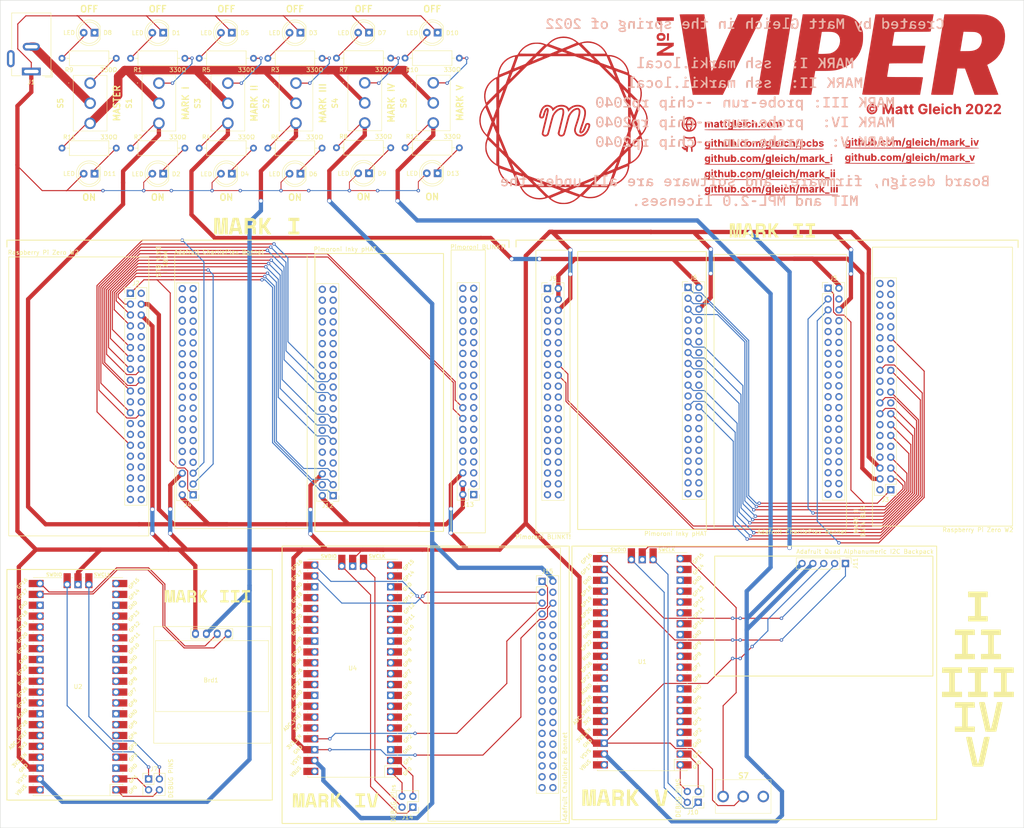
<source format=kicad_pcb>
(kicad_pcb (version 20211014) (generator pcbnew)
  (layers (0 "F.Cu" signal) (31 "B.Cu" signal) (34 "B.Paste" user) (35 "F.Paste" user) (36 "B.SilkS" user "B.Silkscreen") (37 "F.SilkS" user "F.Silkscreen") (38 "B.Mask" user) (39 "F.Mask" user) (44 "Edge.Cuts" user))
  (net 0 "")
  (net 1 "VBUS")
  (net 2 "GND")
  (net 3 "Net-(D1-Pad2)")
  (net 4 "Net-(D2-Pad1)")
  (net 5 "Net-(D3-Pad2)")
  (net 6 "Net-(D4-Pad1)")
  (net 7 "Net-(D5-Pad2)")
  (net 8 "Net-(D6-Pad1)")
  (net 9 "Net-(D7-Pad2)")
  (net 10 "Net-(D8-Pad2)")
  (net 11 "Net-(D9-Pad1)")
  (net 12 "Net-(D10-Pad2)")
  (net 13 "Net-(D11-Pad1)")
  (net 14 "Net-(D13-Pad1)")
  (net 171 "Net-(J7-Pad1)")
  (net 172 "Net-(J7-Pad2)")
  (net 173 "Net-(J7-Pad3)")
  (net 174 "Net-(J7-Pad4)")
  (net 205 "Net-(J10-Pad1)")
  (net 206 "Net-(J10-Pad2)")
  (net 207 "Net-(J10-Pad3)")
  (net 208 "Net-(J10-Pad4)")
  (net 209 "Net-(J11-Pad1)")
  (net 210 "Net-(J11-Pad2)")
  (net 212 "Net-(J14-Pad2)")
  (net 213 "Net-(J14-Pad4)")
  (net 218 "Net-(J15-Pad1)")
  (net 220 "Net-(J15-Pad3)")
  (net 224 "Net-(J15-Pad5)")
  (net 281 "Net-(R1-Pad2)")
  (net 282 "Net-(R3-Pad2)")
  (net 283 "Net-(R5-Pad2)")
  (net 284 "Net-(R7-Pad2)")
  (net 285 "Net-(R9-Pad2)")
  (net 286 "Net-(R10-Pad2)")
  (net 319 "Net-(Brd1-Pad3)")
  (net 352 "Net-(Brd1-Pad4)")
  (net 353 "Net-(J14-Pad1)")
  (net 354 "Net-(J14-Pad3)")
  (net 422 "Net-(S7-Pad3)")
  (net 424 "/1 3.3V")
  (net 425 "/1 SDA 01")
  (net 426 "/1 SCL 01")
  (net 427 "/1 SDA 03")
  (net 428 "/1 BUSY")
  (net 429 "/1 RESET")
  (net 430 "/1 DATA")
  (net 431 "/1 GPIO 23")
  (net 432 "/1 GPIO 24")
  (net 433 "/1 SPI0 MOSI")
  (net 434 "/1 SPI0 SCLK")
  (net 435 "/1 CS")
  (net 436 "/1 SCL 03")
  (net 437 "/2 3.3V")
  (net 438 "/2 SDA 01")
  (net 439 "/2 SCL 01")
  (net 440 "/2 SDA 03")
  (net 441 "/2 BUSY")
  (net 442 "/2 RESET")
  (net 443 "/2 DATA")
  (net 444 "/2 GPIO 23")
  (net 445 "/2 GPIO 24")
  (net 446 "/2 SPI0 MOSI")
  (net 447 "/2 SPI0 SCLK")
  (net 448 "/2 CS")
  (net 449 "/2 SCL 03")
  (footprint "Connector_PinHeader_2.54mm:PinHeader_2x20_P2.54mm_Vertical" (layer "F.Cu") (at 203.195 175.129)
    (fp_text reference "J15")
    (fp_text value "Adafruit Charlieplex Bonnet")
  )
  (footprint "LED_THT:LED_D5.0mm" (layer "F.Cu") (at 178.767335 46.732833 180)
    (fp_text reference "D10")
    (fp_text value "LED")
  )
  (footprint "Connector_PinHeader_2.54mm:PinHeader_2x20_P2.54mm_Vertical" (layer "F.Cu") (at 106.8745 107.719625)
    (fp_text reference "J2")
    (fp_text value "Raspberry Pi Zero W2")
  )
  (footprint "M2012SA1W03:M2012SA1W03" (layer "F.Cu") (at 145.616324 58.547 180)
    (fp_text reference "S2")
    (fp_text value "MARK II" hide)
  )
  (footprint "LED_THT:LED_D5.0mm" (layer "F.Cu") (at 178.767335 79.634165 180)
    (fp_text reference "D13")
    (fp_text value "LED")
  )
  (footprint "Viper:back" (layer "F.Cu") (at 251.206 65.151)
    (fp_text reference "G***")
    (fp_text value "LOGO" hide)
  )
  (footprint "Resistor_THT:R_Axial_DIN0309_L9.0mm_D3.2mm_P12.70mm_Horizontal" (layer "F.Cu") (at 122.975349 73.756)
    (fp_text reference "R4")
    (fp_text value "330Ω")
  )
  (footprint "M2012SA1W03:M2012SA1W03" (layer "F.Cu") (at 254.964 225.467 90)
    (fp_text reference "S7")
    (fp_text value "M2012SA1W03" hide)
  )
  (footprint "Connector_PinHeader_2.54mm:PinHeader_2x20_P2.54mm_Vertical" (layer "F.Cu") (at 154.315 155.052 180)
    (fp_text reference "J12")
    (fp_text value "Pimoroni Inky pHAT")
  )
  (footprint "Pico:RPi_Pico_SMD_TH" (layer "F.Cu") (at 94.615 199.762 180)
    (fp_text reference "U2")
    (fp_text value "Pico")
  )
  (footprint "Resistor_THT:R_Axial_DIN0309_L9.0mm_D3.2mm_P12.70mm_Horizontal" (layer "F.Cu") (at 106.919687 73.756)
    (fp_text reference "R2")
    (fp_text value "330Ω")
  )
  (footprint "Viper:mark_IV" (layer "F.Cu") (at 154.813 226.314)
    (fp_text reference "G***")
    (fp_text value "LOGO" hide)
  )
  (footprint "Viper:mark_III" (layer "F.Cu") (at 124.841 178.562)
    (fp_text reference "G***")
    (fp_text value "LOGO" hide)
  )
  (footprint "Viper:marks" (layer "F.Cu") (at 305.181 198.656764)
    (fp_text reference "G***")
    (fp_text value "LOGO" hide)
  )
  (footprint "Connector_PinHeader_2.54mm:PinHeader_2x20_P2.54mm_Vertical" (layer "F.Cu") (at 270.119 106.52025)
    (fp_text reference "J5")
    (fp_text value "Adafruit CharliePlex Bonnet")
  )
  (footprint "Viper:logo_copper" (layer "F.Cu") (at 250.444 64.262)
    (fp_text reference "G***")
    (fp_text value "LOGO" hide)
  )
  (footprint "Resistor_THT:R_Axial_DIN0309_L9.0mm_D3.2mm_P12.70mm_Horizontal" (layer "F.Cu") (at 90.864025 52.738)
    (fp_text reference "R9")
    (fp_text value "330Ω")
  )
  (footprint "Connector_PinHeader_2.54mm:PinHeader_2x20_P2.54mm_Vertical" (layer "F.Cu") (at 187.198 154.813 180)
    (fp_text reference "J13")
    (fp_text value "Pimoroni BLINKT!")
  )
  (footprint "Resistor_THT:R_Axial_DIN0309_L9.0mm_D3.2mm_P12.70mm_Horizontal" (layer "F.Cu") (at 139.031011 52.738)
    (fp_text reference "R3")
    (fp_text value "330Ω")
  )
  (footprint "Connector_PinHeader_2.54mm:PinHeader_2x20_P2.54mm_Vertical" (layer "F.Cu") (at 121.549 154.887625 180)
    (fp_text reference "J4")
    (fp_text value "Adafruit CharliePlex Bonnet")
  )
  (footprint "LED_THT:LED_D5.0mm" (layer "F.Cu") (at 146.656011 79.74 180)
    (fp_text reference "D6")
    (fp_text value "LED")
  )
  (footprint "Resistor_THT:R_Axial_DIN0309_L9.0mm_D3.2mm_P12.70mm_Horizontal" (layer "F.Cu") (at 139.031011 73.756)
    (fp_text reference "R6")
    (fp_text value "330Ω")
  )
  (footprint "Viper:mark_II" (layer "F.Cu") (at 257.048 92.964)
    (fp_text reference "G***")
    (fp_text value "LOGO" hide)
  )
  (footprint "M2012SA1W03:M2012SA1W03" (layer "F.Cu") (at 161.714236 58.483499 180)
    (fp_text reference "S4")
    (fp_text value "MARK IV" hide)
  )
  (footprint "Resistor_THT:R_Axial_DIN0309_L9.0mm_D3.2mm_P12.70mm_Horizontal" (layer "F.Cu") (at 90.864025 73.756)
    (fp_text reference "R11")
    (fp_text value "330Ω")
  )
  (footprint "LED_THT:LED_D5.0mm" (layer "F.Cu") (at 130.600349 46.754 180)
    (fp_text reference "D5")
    (fp_text value "LED")
  )
  (footprint "Connector_PinHeader_2.54mm:PinHeader_2x20_P2.54mm_Vertical" (layer "F.Cu") (at 237.353 106.355875)
    (fp_text reference "J6")
    (fp_text value "Pimoroni Inky pHAT")
  )
  (footprint "LED_THT:LED_D5.0mm" (layer "F.Cu") (at 114.544687 79.74 180)
    (fp_text reference "D2")
    (fp_text value "LED")
  )
  (footprint "Connector_PinHeader_2.54mm:PinHeader_2x02_P2.54mm_Vertical" (layer "F.Cu") (at 239.728 226.827 180)
    (fp_text reference "J10")
    (fp_text value "DEBUG PINS")
  )
  (footprint "Resistor_THT:R_Axial_DIN0309_L9.0mm_D3.2mm_P12.70mm_Horizontal" (layer "F.Cu") (at 155.086673 52.695666)
    (fp_text reference "R7")
    (fp_text value "330Ω")
  )
  (footprint "Resistor_THT:R_Axial_DIN0309_L9.0mm_D3.2mm_P12.70mm_Horizontal" (layer "F.Cu") (at 155.086673 73.671332)
    (fp_text reference "R8")
    (fp_text value "330Ω")
  )
  (footprint "LED_THT:LED_D5.0mm" (layer "F.Cu") (at 130.600349 79.74 180)
    (fp_text reference "D4")
    (fp_text value "LED")
  )
  (footprint "LED_THT:LED_D5.0mm" (layer "F.Cu") (at 146.656011 46.754 180)
    (fp_text reference "D3")
    (fp_text value "LED")
  )
  (footprint "Connector_PinHeader_2.54mm:PinHeader_2x02_P2.54mm_Vertical" (layer "F.Cu") (at 172.974 227.965 180)
    (fp_text reference "J14")
    (fp_text value "DEBUG Pins")
  )
  (footprint "Connector_PinHeader_2.54mm:PinHeader_2x02_P2.54mm_Vertical" (layer "F.Cu") (at 111.125 221.361)
    (fp_text reference "J7")
    (fp_text value "DEBUG PINS")
  )
  (footprint "LED_THT:LED_D5.0mm" (layer "F.Cu") (at 98.489025 79.74 180)
    (fp_text reference "D11")
    (fp_text value "LED")
  )
  (footprint "Viper:logo_mask" (layer "F.Cu") (at 250.444 64.262)
    (fp_text reference "G***")
    (fp_text value "LOGO" hide)
  )
  (footprint "Viper:mark_V" (layer "F.Cu") (at 222.504 225.679)
    (fp_text reference "G***")
    (fp_text value "LOGO" hide)
  )
  (footprint "Resistor_THT:R_Axial_DIN0309_L9.0mm_D3.2mm_P12.70mm_Horizontal" (layer "F.Cu") (at 171.142335 73.671332)
    (fp_text reference "R12")
    (fp_text value "330Ω")
  )
  (footprint "Resistor_THT:R_Axial_DIN0309_L9.0mm_D3.2mm_P12.70mm_Horizontal" (layer "F.Cu") (at 171.142335 52.695666)
    (fp_text reference "R10")
    (fp_text value "330Ω")
  )
  (footprint "Connector_PinHeader_2.54mm:PinHeader_2x20_P2.54mm_Vertical" (layer "F.Cu") (at 284.7935 153.68825 180)
    (fp_text reference "J3")
    (fp_text value "Raspberry Pi Zero W2")
  )
  (footprint "Pico:RPi_Pico_SMD_TH" (layer "F.Cu") (at 158.877 195.453 180)
    (fp_text reference "U4")
    (fp_text value "Pico")
  )
  (footprint "Viper:mark_I" (layer "F.Cu") (at 136.385019 91.948)
    (fp_text reference "G***")
    (fp_text value "LOGO" hide)
  )
  (footprint "LED_THT:LED_D5.0mm" (layer "F.Cu") (at 114.544687 46.754 180)
    (fp_text reference "D1")
    (fp_text value "LED")
  )
  (footprint "M2012SA1W03:M2012SA1W03" (layer "F.Cu") (at 129.680393 58.547 180)
    (fp_text reference "S3")
    (fp_text value "MARK III" hide)
  )
  (footprint "Connector_BarrelJack:BarrelJack_Wuerth_6941xx301002" (layer "F.Cu") (at 83.687613 55.8267 180)
    (fp_text reference "J1")
    (fp_text value "Barrel_Jack")
  )
  (footprint "Resistor_THT:R_Axial_DIN0309_L9.0mm_D3.2mm_P12.70mm_Horizontal" (layer "F.Cu") (at 106.919687 52.738)
    (fp_text reference "R1")
    (fp_text value "330Ω")
  )
  (footprint "Pico:RPi_Pico_SMD_TH" (layer "F.Cu") (at 226.642 193.929 180)
    (fp_text reference "U1")
    (fp_text value "Pico")
  )
  (footprint "LED_THT:LED_D5.0mm" (layer "F.Cu") (at 98.489025 46.754 180)
    (fp_text reference "D8")
    (fp_text value "LED")
  )
  (footprint "LED_THT:LED_D5.0mm" (layer "F.Cu") (at 162.711673 46.732833 180)
    (fp_text reference "D7")
    (fp_text value "LED")
  )
  (footprint "M2012SA1W03:M2012SA1W03" (layer "F.Cu") (at 97.451 58.547 180)
    (fp_text reference "S5")
    (fp_text value "MASTER" hide)
  )
  (footprint "M2012SA1W03:M2012SA1W03" (layer "F.Cu") (at 113.544762 58.547 180)
    (fp_text reference "S1")
    (fp_text value "MARK I" hide)
  )
  (footprint "Connector_PinHeader_2.54mm:PinHeader_2x20_P2.54mm_Vertical" (layer "F.Cu") (at 204.47 106.594875)
    (fp_text reference "J9")
    (fp_text value "Pimoroni BLINKT!")
  )
  (footprint "M2012SA1W03:M2012SA1W03" (layer "F.Cu") (at 177.742298 58.483499 180)
    (fp_text reference "S6")
    (fp_text value "MARK V" hide)
  )
  (footprint "LED_THT:LED_D5.0mm" (layer "F.Cu") (at 162.711673 79.634165 180)
    (fp_text reference "D9")
    (fp_text value "LED")
  )
  (footprint "Connector_PinHeader_2.54mm:PinHeader_1x05_P2.54mm_Vertical" (layer "F.Cu") (at 274.188 170.942 -90)
    (fp_text reference "J11")
    (fp_text value "Adafruit Quad Alphanumeric I2C Backpack")
  )
  (footprint "SSD1306:128x64OLED" (layer "F.Cu") (at 125.73 197.993)
    (fp_text reference "Brd1")
    (fp_text value "SSD1306")
  )
  (footprint "Resistor_THT:R_Axial_DIN0309_L9.0mm_D3.2mm_P12.70mm_Horizontal" (layer "F.Cu") (at 122.975349 52.738)
    (fp_text reference "R5")
    (fp_text value "330Ω")
  )
  (gr_rect (start 142.367 166.878) (end 209.55 231.775) (layer "F.SilkS") (width 0.2) (fill none))
  (gr_rect locked (start 207.495 231.258) (end 176.507 167.25) (layer "F.SilkS") (width 0.15) (fill none))
  (gr_line (start 77.978 95.291875) (end 77.978 96.901) (layer "F.SilkS") (width 0.2))
  (gr_rect (start 77.978 172.339) (end 140.081 226.314) (layer "F.SilkS") (width 0.2) (fill none))
  (gr_line (start 314.579 95.291875) (end 314.579 97.028) (layer "F.SilkS") (width 0.2))
  (gr_rect locked (start 280.4935 96.92425) (end 313.2595 162.20225) (layer "F.SilkS") (width 0.15) (fill none))
  (gr_rect locked (start 241.628 162.992875) (end 211.529 97.968875) (layer "F.SilkS") (width 0.2) (fill none))
  (gr_rect (start 294.64 169.217) (end 243.586 197.284) (layer "F.SilkS") (width 0.2) (fill none))
  (gr_rect locked (start 201.7445 97.636375) (end 209.7455 163.803375) (layer "F.SilkS") (width 0.15) (fill none))
  (gr_rect locked (start 150.04 98.415) (end 180.139 163.439) (layer "F.SilkS") (width 0.2) (fill none))
  (gr_line (start 197.104 95.291875) (end 197.104 96.901) (layer "F.SilkS") (width 0.2))
  (gr_line (start 195.453 95.291875) (end 195.453 97.028) (layer "F.SilkS") (width 0.2))
  (gr_rect (start 210.185 166.878) (end 295.529 230.886) (layer "F.SilkS") (width 0.2) (fill none))
  (gr_rect locked (start 274.419 162.64925) (end 243.431 98.64125) (layer "F.SilkS") (width 0.15) (fill none))
  (gr_rect (start 111.1745 164.483625) (end 78.4085 99.205625) (layer "F.SilkS") (width 0.15) (fill none))
  (gr_line (start 126.492 95.291875) (end 195.453 95.291875) (layer "F.SilkS") (width 0.2))
  (gr_line (start 245.618 95.291875) (end 197.104 95.291875) (layer "F.SilkS") (width 0.2))
  (gr_rect (start 189.9235 163.7715) (end 181.9225 97.6045) (layer "F.SilkS") (width 0.15) (fill none))
  (gr_rect locked (start 117.249 98.758625) (end 148.237 162.766625) (layer "F.SilkS") (width 0.15) (fill none))
  (gr_line (start 126.492 95.291875) (end 77.978 95.291875) (layer "F.SilkS") (width 0.2))
  (gr_line (start 245.618 95.291875) (end 314.579 95.291875) (layer "F.SilkS") (width 0.2))
  (gr_rect (start 76.412 39.1457) (end 315.934 232.8207) (layer "Edge.Cuts") (width 0.1) (fill none))
  (gr_text "OFF" (at 129.325349 41.2125) (layer "F.SilkS") (effects (font (size 1.5 1.5) (thickness 0.3))))
  (gr_text "MASTER" (at 103.7082 63.247001 90) (layer "F.SilkS") (effects (font (size 1.5 1.5) (thickness 0.3))))
  (gr_text "ON" (at 161.436673 85.1545) (layer "F.SilkS") (effects (font (size 1.5 1.5) (thickness 0.3))))
  (gr_text "MARK I" (at 119.776562 63.247001 90) (layer "F.SilkS") (effects (font (size 1.5 1.5) (thickness 0.3))))
  (gr_text "ON" (at 129.325349 85.2815) (layer "F.SilkS") (effects (font (size 1.5 1.5) (thickness 0.3))))
  (gr_text "ON" (at 113.269687 85.2815) (layer "F.SilkS") (effects (font (size 1.5 1.5) (thickness 0.3))))
  (gr_text "MARK III" (at 151.890124 63.247001 90) (layer "F.SilkS") (effects (font (size 1.5 1.5) (thickness 0.3))))
  (gr_text "MARK I\nDATA BUS" (at 114.173 100.33 270) (layer "F.SilkS") (effects (font (size 1 1))))
  (gr_text "MARK IV" (at 167.911836 63.1835 90) (layer "F.SilkS") (effects (font (size 1.5 1.5) (thickness 0.3))))
  (gr_text "MARK V" (at 183.965298 63.182499 90) (layer "F.SilkS") (effects (font (size 1.5 1.5) (thickness 0.3))))
  (gr_text "ON" (at 177.492335 85.1545) (layer "F.SilkS") (effects (font (size 1.5 1.5) (thickness 0.3))))
  (gr_text "ON" (at 97.214025 85.2815) (layer "F.SilkS") (effects (font (size 1.5 1.5) (thickness 0.3))))
  (gr_text "OFF" (at 177.492335 41.2125) (layer "F.SilkS") (effects (font (size 1.5 1.5) (thickness 0.3))))
  (gr_text "OFF" (at 161.436673 41.2125) (layer "F.SilkS") (effects (font (size 1.5 1.5) (thickness 0.3))))
  (gr_text "ON" (at 145.381011 85.2815) (layer "F.SilkS") (effects (font (size 1.5 1.5) (thickness 0.3))))
  (gr_text "OFF" (at 113.269687 41.2125) (layer "F.SilkS") (effects (font (size 1.5 1.5) (thickness 0.3))))
  (gr_text "OFF" (at 145.381011 41.2125) (layer "F.SilkS") (effects (font (size 1.5 1.5) (thickness 0.3))))
  (gr_text "OFF" (at 97.214025 41.2125) (layer "F.SilkS") (effects (font (size 1.5 1.5) (thickness 0.3))))
  (gr_text "MARK II\nDATA BUS" (at 277.495 161.077875 90) (layer "F.SilkS") (effects (font (size 1 1))))
  (gr_text "MARK II" (at 135.842418 63.247 90) (layer "F.SilkS") (effects (font (size 1.5 1.5) (thickness 0.3))))
  (segment (start 129.680393 70.598607) (end 129.680393 67.947) (width 1) (layer "F.Cu") (net 1))
  (segment (start 104.013 61.385) (end 97.451 67.947) (width 2) (layer "F.Cu") (net 1))
  (segment (start 125.731511 55.497489) (end 136.396489 55.497489) (width 2) (layer "F.Cu") (net 1))
  (segment (start 248.315625 99.6405) (end 248.261125 99.695) (width 1) (layer "F.Cu") (net 1))
  (segment (start 176.930168 67.883499) (end 177.742298 67.883499) (width 0.25) (layer "F.Cu") (net 1))
  (segment (start 128.784349 67.947) (end 129.680393 67.947) (width 0.25) (layer "F.Cu") (net 1))
  (segment (start 153.416 79.0575) (end 161.714236 70.759264) (width 1) (layer "F.Cu") (net 1))
  (segment (start 207.01 105.930334) (end 207.01 106.594875) (width 1) (layer "F.Cu") (net 1))
  (segment (start 145.616324 63.247) (end 137.866813 55.497489) (width 1) (layer "F.Cu") (net 1))
  (segment (start 104.013 61.087) (end 104.013 57.023) (width 2) (layer "F.Cu") (net 1))
  (segment (start 87.1855 52.959) (end 84.2532 50.0267) (width 2) (layer "F.Cu") (net 1))
  (segment (start 207.01 105.930333) (end 207.01 109.134875) (width 1) (layer "F.Cu") (net 1))
  (segment (start 109.728 55.499) (end 112.280101 55.499) (width 2) (layer "F.Cu") (net 1))
  (segment (start 210.82 99.695) (end 210.82 99.736875) (width 1) (layer "F.Cu") (net 1))
  (segment (start 280.646375 151.14825) (end 282.2535 151.14825) (width 1) (layer "F.Cu") (net 1))
  (segment (start 188.890875 94.783875) (end 126.619 94.783875) (width 1) (layer "F.Cu") (net 1))
  (segment (start 121.921511 55.497489) (end 125.731511 55.497489) (width 2) (layer "F.Cu") (net 1))
  (segment (start 87.249 53.045) (end 97.451 63.247) (width 2) (layer "F.Cu") (net 1))
  (segment (start 191.176875 94.783875) (end 196.088 99.695) (width 1) (layer "F.Cu") (net 1))
  (segment (start 113.538 112.776) (end 111.021625 110.259625) (width 1) (layer "F.Cu") (net 1))
  (segment (start 262.224375 99.6405) (end 248.315625 99.6405) (width 1) (layer "F.Cu") (net 1))
  (segment (start 105.156 81.788) (end 105.156 86.886875) (width 1) (layer "F.Cu") (net 1))
  (segment (start 160.874506 67.883499) (end 161.714236 67.883499) (width 0.25) (layer "F.Cu") (net 1))
  (segment (start 105.156 79.121) (end 105.156 81.892) (width 1) (layer "F.Cu") (net 1))
  (segment (start 184.658 155.477541) (end 184.658 154.813) (width 1) (layer "F.Cu") (net 1))
  (segment (start 153.416 86.0425) (end 153.416 79.0575) (width 1) (layer "F.Cu") (net 1))
  (segment (start 154.029737 55.499) (end 153.162 55.499) (width 0.25) (layer "F.Cu") (net 1))
  (segment (start 144.840011 67.947) (end 145.616324 67.947) (width 0.25) (layer "F.Cu") (net 1))
  (segment (start 121.158 89.322875) (end 121.158 79.121) (width 1) (layer "F.Cu") (net 1))
  (segment (start 112.728687 67.947) (end 113.544762 67.947) (width 0.25) (layer "F.Cu") (net 1))
  (segment (start 104.013 57.023) (end 105.537 55.499) (width 2) (layer "F.Cu") (net 1))
  (segment (start 105.796762 55.499) (end 105.537 55.499) (width 0.25) (layer "F.Cu") (net 1))
  (segment (start 274.670375 99.6405) (end 278.13 103.100125) (width 1) (layer "F.Cu") (net 1))
  (segment (start 139.031011 73.756) (end 144.840011 67.947) (width 0.25) (layer "F.Cu") (net 1))
  (segment (start 169.418 86.0425) (end 169.418 79.0575) (width 1) (layer "F.Cu") (net 1))
  (segment (start 111.021625 110.259625) (end 109.4145 110.259625) (width 1) (layer "F.Cu") (net 1))
  (segment (start 113.538 158.30775) (end 113.538 112.776) (width 1) (layer "F.Cu") (net 1))
  (segment (start 104.013 61.087) (end 104.013 61.385) (width 0.25) (layer "F.Cu") (net 1))
  (segment (start 129.443625 161.767375) (end 125.191375 161.767375) (width 1) (layer "F.Cu") (net 1))
  (segment (start 119.009 155.585) (end 119.009 154.887625) (width 1) (layer "F.Cu") (net 1))
  (segment (start 157.805295 161.671) (end 151.815195 155.6809) (width 1) (layer "F.Cu") (net 1))
  (segment (start 125.191375 161.767375) (end 119.009 155.585) (width 1) (layer "F.Cu") (net 1))
  (segment (start 262.224375 99.6405) (end 266.476625 99.6405) (width 1) (layer "F.Cu") (net 1))
  (segment (start 262.224375 99.6405) (end 274.670375 99.6405) (width 1) (layer "F.Cu") (net 1))
  (segment (start 233.862705 99.736875) (end 239.893 105.76717) (width 1) (layer "F.Cu") (net 1))
  (segment (start 137.866813 55.497489) (end 136.396489 55.497489) (width 0.25) (layer "F.Cu") (net 1))
  (segment (start 145.616324 70.918676) (end 145.616324 67.947) (width 1) (layer "F.Cu") (net 1))
  (segment (start 153.162 55.499) (end 171.069 55.499) (width 2) (layer "F.Cu") (net 1))
  (segment (start 105.156 86.886875) (end 82.931 109.111875) (width 1) (layer "F.Cu") (net 1))
  (segment (start 143.352375 161.767375) (end 174.4324 161.767375) (width 1) (layer "F.Cu") (net 1))
  (segment (start 126.619 94.783875) (end 121.158 89.322875) (width 1) (layer "F.Cu") (net 1))
  (segment (start 174.4324 161.767375) (end 174.4439 161.778875) (width 1) (layer "F.Cu") (net 1))
  (segment (start 121.285 78.994) (end 121.158 79.121) (width 0.25) (layer "F.Cu") (net 1))
  (segment (start 112.281612 55.497489) (end 121.921511 55.497489) (width 2) (layer "F.Cu") (net 1))
  (segment (start 121.930882 55.497489) (end 121.921511 55.497489) (width 0.25) (layer "F.Cu") (net 1))
  (segment (start 116.997625 161.767375) (end 113.538 158.30775) (width 1) (layer "F.Cu") (net 1))
  (segment (start 106.919687 73.756) (end 112.728687 67.947) (width 0.25) (layer "F.Cu") (net 1))
  (segment (start 161.714236 63.183499) (end 154.029737 55.499) (width 1) (layer "F.Cu") (net 1))
  (segment (start 239.893 105.76717) (end 239.893 106.355875) (width 1) (layer "F.Cu") (net 1))
  (segment (start 116.997625 161.767375) (end 108.8885 161.767375) (width 1) (layer "F.Cu") (net 1))
  (segment (start 161.714236 70.759264) (end 161.714236 67.883499) (width 1) (layer "F.Cu") (net 1))
  (segment (start 169.418 79.0575) (end 177.742298 70.733202) (width 1) (layer "F.Cu") (net 1))
  (segment (start 207.01 103.546875) (end 207.01 106.594875) (width 1) (layer "F.Cu") (net 1))
  (segment (start 266.476625 99.6405) (end 272.659 105.822875) (width 1) (layer "F.Cu") (net 1))
  (segment (start 82.931 157.653875) (end 87.0445 161.767375) (width 1) (layer "F.Cu") (net 1))
  (segment (start 184.658 157.861) (end 184.658 154.813) (width 1) (layer "F.Cu") (net 1))
  (segment (start 184.658 155.477542) (end 184.658 152.273) (width 1) (layer "F.Cu") (net 1))
  (segment (start 155.086673 73.671332) (end 160.874506 67.883499) (width 0.25) (layer "F.Cu") (net 1))
  (segment (start 113.544762 70.732238) (end 105.283 78.994) (width 1) (layer "F.Cu") (net 1))
  (segment (start 171.142335 73.671332) (end 176.930168 67.883499) (width 0.25) (layer "F.Cu") (net 1))
  (segment (start 105.537 55.499) (end 109.728 55.499) (width 2) (layer "F.Cu") (net 1))
  (segment (start 272.659 105.822875) (end 272.659 106.52025) (width 1) (layer "F.Cu") (net 1))
  (segment (start 177.742298 63.183499) (end 170.057799 55.499) (width 1) (layer "F.Cu") (net 1))
  (segment (start 141.606511 55.497489) (end 146.879474 55.497489) (width 2) (layer "F.Cu") (net 1))
  (segment (start 145.616324 70.918676) (end 137.414 79.121) (width 1) (layer "F.Cu") (net 1))
  (segment (start 210.82 99.736875) (end 207.01 103.546875) (width 1) (layer "F.Cu") (net 1))
  (segment (start 122.975349 73.756) (end 128.784349 67.947) (width 0.25) (layer "F.Cu") (net 1))
  (segment (start 82.931 109.111875) (end 82.931 157.653875) (width 1) (layer "F.Cu") (net 1))
  (segment (start 129.680393 70.598607) (end 121.285 78.994) (width 1) (layer "F.Cu") (net 1))
  (segment (start 137.414 79.121) (end 137.414 86.106) (width 1) (layer "F.Cu") (net 1))
  (segment (start 113.544762 70.732238) (end 113.544762 67.947) (width 1) (layer "F.Cu") (net 1))
  (segment (start 278.13 148.631875) (end 280.646375 151.14825) (width 1) (layer "F.Cu") (net 1))
  (segment (start 129.680393 63.247) (end 121.930882 55.497489) (width 1.5) (layer "F.Cu") (net 1))
  (segment (start 146.880985 55.499) (end 153.162 55.499) (width 2) (layer "F.Cu") (net 1))
  (segment (start 278.13 103.100125) (end 278.13 148.631875) (width 1) (layer "F.Cu") (net 1))
  (segment (start 87.0445 161.767375) (end 108.8885 161.767375) (width 1) (layer "F.Cu") (net 1))
  (segment (start 248.261125 99.695) (end 210.993875 99.695) (width 1) (layer "F.Cu") (net 1))
  (segment (start 96.673025 67.947) (end 97.451 67.947) (width 0.25) (layer "F.Cu") (net 1))
  (segment (start 129.443625 161.767375) (end 116.997625 161.767375) (width 1) (layer "F.Cu") (net 1))
  (segment (start 113.544762 63.247) (end 105.796762 55.499) (width 1.5) (layer "F.Cu") (net 1))
  (segment (start 136.396489 55.497489) (end 141.606511 55.497489) (width 2) (layer "F.Cu") (net 1))
  (segment (start 105.283 78.994) (end 105.156 79.121) (width 0.25) (layer "F.Cu") (net 1))
  (segment (start 84.2532 50.0267) (end 83.687613 50.0267) (width 2) (layer "F.Cu") (net 1))
  (segment (start 174.4439 161.778875) (end 180.740125 161.778875) (width 1) (layer "F.Cu") (net 1))
  (segment (start 177.742298 70.733202) (end 177.742298 67.883499) (width 1) (layer "F.Cu") (net 1))
  (segment (start 180.740125 161.778875) (end 184.658 157.861) (width 1) (layer "F.Cu") (net 1))
  (segment (start 188.890875 94.783875) (end 191.176875 94.783875) (width 1) (layer "F.Cu") (net 1))
  (segment (start 202.565 99.695) (end 210.861875 99.695) (width 1) (layer "F.Cu") (net 1))
  (segment (start 90.864025 73.756) (end 96.673025 67.947) (width 0.25) (layer "F.Cu") (net 1))
  (segment (start 151.815195 155.6809) (end 151.815195 154.983525) (width 1) (layer "F.Cu") (net 1))
  (segment (start 143.352375 161.767375) (end 129.443625 161.767375) (width 1) (layer "F.Cu") (net 1))
  (via (at 202.565 99.695) (size 1) (drill 0.8) (layers "F.Cu" "B.Cu") (net 1))
  (via (at 153.416 86.106) (size 1) (drill 0.8) (layers "F.Cu" "B.Cu") (net 1))
  (via (at 169.418 86.106) (size 1) (drill 0.8) (layers "F.Cu" "B.Cu") (net 1))
  (via (at 196.088 99.695) (size 1) (drill 0.8) (layers "F.Cu" "B.Cu") (net 1))
  (via (at 137.414 86.106) (size 1) (drill 0.8) (layers "F.Cu" "B.Cu") (net 1))
  (segment (start 90.932 226.695) (end 85.725 221.488) (width 1) (layer "B.Cu") (net 1))
  (segment (start 256.667 171.831) (end 256.667 107.823) (width 1) (layer "B.Cu") (net 1))
  (segment (start 251.079 186.436) (end 251.079 186.431) (width 1) (layer "B.Cu") (net 1))
  (segment (start 161.29 230.505) (end 173.99 230.505) (width 1) (layer "B.Cu") (net 1))
  (segment (start 161.29 230.505) (end 160.782 230.505) (width 1) (layer "B.Cu") (net 1))
  (segment (start 137.414 88.392) (end 137.414 86.106) (width 1) (layer "B.Cu") (net 1))
  (segment (start 126.76 185.293) (end 126.76 185.279) (width 1) (layer "B.Cu") (net 1))
  (segment (start 256.667 107.823) (end 239.522 90.678) (width 1) (layer "B.Cu") (net 1))
  (segment (start 251.079 177.419) (end 251.079 184.023) (width 1) (layer "B.Cu") (net 1))
  (segment (start 251.079 190.246) (end 251.079 216.027) (width 1) (layer "B.Cu") (net 1))
  (segment (start 177.4825 227.0125) (end 177.4825 165.7985) (width 1) (layer "B.Cu") (net 1))
  (segment (start 134.747 176.022) (end 134.747 216.789) (width 1) (layer "B.Cu") (net 1))
  (segment (start 251.079 183.891) (end 251.079 184.023) (width 1) (layer "B.Cu") (net 1))
  (segment (start 177.4825 110.1725) (end 177.4825 165.7985) (width 1) (layer "B.Cu") (net 1))
  (segment (start 152.019 219.075) (end 149.987 217.043) (width 1) (layer "B.Cu") (net 1))
  (segment (start 217.805 215.519) (end 217.752 215.519) (width 1) (layer "B.Cu") (net 1))
  (segment (start 239.522 90.678) (end 173.99 90.678) (width 1) (layer "B.Cu") (net 1))
  (segment (start 251.079 189.865) (end 251.079 190.325) (width 1) (layer "B.Cu") (net 1))
  (segment (start 153.416 86.106) (end 177.4825 110.1725) (width 1) (layer "B.Cu") (net 1))
  (segment (start 203.123022 171.958) (end 205.735 174.569978) (width 1) (layer "B.Cu") (net 1))
  (segment (start 134.747 216.789) (end 124.841 226.695) (width 1) (layer "B.Cu") (net 1))
  (segment (start 264.028 170.942) (end 251.079 183.891) (width 1) (layer "B.Cu") (net 1))
  (segment (start 233.553 231.267) (end 217.805 215.519) (width 1) (layer "B.Cu") (net 1))
  (segment (start 124.604 187.449) (end 126.76 185.293) (width 1) (layer "B.Cu") (net 1))
  (segment (start 126.76 185.279) (end 134.747 177.292) (width 1) (layer "B.Cu") (net 1))
  (segment (start 259.334 229.87) (end 257.937 231.267) (width 1) (layer "B.Cu") (net 1))
  (segment (start 256.667 171.831) (end 251.079 177.419) (width 1) (layer "B.Cu") (net 1))
  (segment (start 134.747 177.292) (end 134.747 176.022) (width 1) (layer "B.Cu") (net 1))
  (segment (start 257.937 231.267) (end 233.553 231.267) (width 1) (layer "B.Cu") (net 1))
  (segment (start 134.747 91.059) (end 134.747 176.022) (width 1) (layer "B.Cu") (net 1))
  (segment (start 173.99 90.678) (end 169.418 86.106) (width 1) (layer "B.Cu") (net 1))
  (segment (start 173.99 230.505) (end 177.4825 227.0125) (width 1) (layer "B.Cu") (net 1))
  (segment (start 205.735 174.569978) (end 205.735 175.129) (width 1) (layer "B.Cu") (net 1))
  (segment (start 196.088 99.695) (end 202.565 99.695) (width 1) (layer "B.Cu") (net 1))
  (segment (start 177.4825 165.7985) (end 177.4825 165.9255) (width 1) (layer "B.Cu") (net 1))
  (segment (start 134.747 91.059) (end 137.414 88.392) (width 1) (layer "B.Cu") (net 1))
  (segment (start 152.019 221.742) (end 152.019 219.075) (width 1) (layer "B.Cu") (net 1))
  (segment (start 161.29 230.505) (end 160.909 230.505) (width 1) (layer "B.Cu") (net 1))
  (segment (start 160.782 230.505) (end 152.019 221.742) (width 1) (layer "B.Cu") (net 1))
  (segment (start 251.079 184.023) (end 251.079 186.436) (width 1) (layer "B.Cu") (net 1))
  (segment (start 177.4825 165.9255) (end 183.515 171.958) (width 1) (layer "B.Cu") (net 1))
  (segment (start 251.079 186.436) (end 251.079 189.865) (width 1) (layer "B.Cu") (net 1))
  (segment (start 259.334 224.282) (end 259.334 229.87) (width 1) (layer "B.Cu") (net 1))
  (segment (start 124.841 226.695) (end 90.932 226.695) (width 1) (layer "B.Cu") (net 1))
  (segment (start 251.079 216.027) (end 259.334 224.282) (width 1) (layer "B.Cu") (net 1))
  (segment (start 251.079 186.431) (end 266.568 170.942) (width 1) (layer "B.Cu") (net 1))
  (segment (start 183.515 171.958) (end 203.123022 171.958) (width 1) (layer "B.Cu") (net 1))
  (segment (start 85.725 221.488) (end 85.725 221.352) (width 1) (layer "B.Cu") (net 1))
  (segment (start 198.247 206.883) (end 198.247 188.385012) (width 0.25) (layer "F.Cu") (net 2))
  (segment (start 211.963 209.549022) (end 215.392978 212.979) (width 1) (layer "F.Cu") (net 2))
  (segment (start 204.47 183.325005) (end 204.47 181.474) (width 0.25) (layer "F.Cu") (net 2))
  (segment (start 142.113 81.743011) (end 144.116011 79.74) (width 0.2) (layer "F.Cu") (net 2))
  (segment (start 94.361 42.799) (end 110.617 42.799) (width 0.25) (layer "F.Cu") (net 2))
  (segment (start 84.788113 167.689575) (end 80.4405 163.341962) (width 1) (layer "F.Cu") (net 2))
  (segment (start 80.518 44.704) (end 82.423 42.799) (width 0.25) (layer "F.Cu") (net 2))
  (segment (start 244.348 227.584) (end 248.147 227.584) (width 0.25) (layer "F.Cu") (net 2))
  (segment (start 199.39 161.539075) (end 211.963 174.112075) (width 1) (layer "F.Cu") (net 2))
  (segment (start 226.642 168.419978) (end 228.056978 167.005) (width 0.25) (layer "F.Cu") (net 2))
  (segment (start 83.365978 218.812) (end 85.725 218.812) (width 1) (layer "F.Cu") (net 2))
  (segment (start 80.772 216.218022) (end 83.365978 218.812) (width 1) (layer "F.Cu") (net 2))
  (segment (start 257.844175 93.379175) (end 228.6656 93.379175) (width 1) (layer "F.Cu") (net 2))
  (segment (start 226.642 170.029) (end 226.642 168.419978) (width 0.25) (layer "F.Cu") (net 2))
  (segment (start 100.457 83.693) (end 86.233 83.693) (width 0.25) (layer "F.Cu") (net 2))
  (segment (start 158.115 83.693) (end 164.719 83.693) (width 0.2) (layer "F.Cu") (net 2))
  (segment (start 211.963 174.112075) (end 211.963 209.549022) (width 1) (layer "F.Cu") (net 2))
  (segment (start 80.518 50.546) (end 80.518 44.704) (width 0.25) (layer "F.Cu") (net 2))
  (segment (start 109.982 83.693) (end 116.459 83.693) (width 0.2) (layer "F.Cu") (net 2))
  (segment (start 202.609012 184.023) (end 203.772005 184.023) (width 0.25) (layer "F.Cu") (net 2))
  (segment (start 243.078 219.075) (end 243.078 226.314) (width 0.25) (layer "F.Cu") (net 2))
  (segment (start 158.115 83.693) (end 158.115 81.690838) (width 0.2) (layer "F.Cu") (net 2))
  (segment (start 203.772005 184.023) (end 204.47 183.325005) (width 0.25) (layer "F.Cu") (net 2))
  (segment (start 86.233 83.693) (end 80.4405 77.9005) (width 0.25) (layer "F.Cu") (net 2))
  (segment (start 248.147 227.584) (end 250.264 225.467) (width 0.25) (layer "F.Cu") (net 2))
  (segment (start 199.39 161.539075) (end 193.2706 167.658475) (width 1) (layer "F.Cu") (net 2))
  (segment (start 99.899425 167.689575) (end 94.615 172.974) (width 1) (layer "F.Cu") (net 2))
  (segment (start 130.600349 46.653349) (end 126.746 42.799) (width 0.25) (layer "F.Cu") (net 2))
  (segment (start 275.551675 93.379175) (end 279.654 97.4815) (width 1) (layer "F.Cu") (net 2))
  (segment (start 122.064 171.467) (end 122.064 187.449) (width 1) (layer "F.Cu") (net 2))
  (segment (start 241.935 199.009) (end 231.722 199.009) (width 0.25) (layer "F.Cu") (net 2))
  (segment (start 158.877 170.02515) (end 161.212575 167.689575) (width 0.25) (layer "F.Cu") (net 2))
  (segment (start 97.331575 167.689575) (end 84.788113 167.689575) (width 1) (layer "F.Cu") (net 2))
  (segment (start 80.772 171.705688) (end 80.772 216.218022) (width 1) (layer "F.Cu") (net 2))
  (segment (start 279.637205 103.124) (end 279.637205 145.991955) (width 1) (layer "F.Cu") (net 2))
  (segment (start 142.113 83.693) (end 142.113 81.743011) (width 0.2) (layer "F.Cu") (net 2))
  (segment (start 204.47 181.474) (end 205.735 180.209) (width 0.25) (layer "F.Cu") (net 2))
  (segment (start 242.656805 103.069975) (end 242.656805 108.70035) (width 1) (layer "F.Cu") (net 2))
  (segment (start 94.615 172.974) (end 94.615 175.744) (width 1) (layer "F.Cu") (net 2))
  (segment (start 112.014 163.926375) (end 115.7772 167.689575) (width 1) (layer "F.Cu") (net 2))
  (segment (start 149.011195 152.707525) (end 151.815195 149.903525) (width 1) (layer "F.Cu") (net 2))
  (segment (start 181.859 158.162375) (end 181.859 152.532) (width 1) (layer "F.Cu") (net 2))
  (segment (start 84.788113 167.689575) (end 80.772 171.705688) (width 1) (layer "F.Cu") (net 2))
  (segment (start 147.627978 214.503) (end 149.987 214.503) (width 1) (layer "F.Cu") (net 2))
  (segment (start 130.600349 46.754) (end 130.600349 46.653349) (width 0.25) (layer "F.Cu") (net 2))
  (segment (start 209.809 103.2455) (end 209.809 108.875875) (width 1) (layer "F.Cu") (net 2))
  (segment (start 83.687613 60.633887) (end 83.687613 55.8267) (width 1) (layer "F.Cu") (net 2))
  (segment (start 247.777 193.167) (end 241.935 199.009) (width 0.25) (layer "F.Cu") (net 2))
  (segment (start 114.544687 46.726687) (end 110.617 42.799) (width 0.25) (layer "F.Cu") (net 2))
  (segment (start 166.050075 167.701075) (end 165.322903 167.701075) (width 1) (layer "F.Cu") (net 2))
  (segment (start 83.687613 55.8267) (end 83.687613 53.715613) (width 0.25) (layer "F.Cu") (net 2))
  (segment (start 204.955325 93.367675) (end 199.39 98.933) (width 1) (layer "F.Cu") (net 2))
  (segment (start 116.205 152.611625) (end 119.009 149.807625) (width 1) (layer "F.Cu") (net 2))
  (segment (start 98.489025 46.754) (end 94.534025 42.799) (width 0.25) (layer "F.Cu") (net 2))
  (segment (start 228.6656 93.379175) (end 228.6541 93.367675) (width 1) (layer "F.Cu") (net 2))
  (segment (start 146.656011 46.754) (end 142.701011 42.799) (width 0.25) (layer "F.Cu") (net 2))
  (segment (start 209.809 108.875875) (end 207.005 111.679875) (width 1) (layer "F.Cu") (net 2))
  (segment (start 181.859 152.532) (end 184.663 149.728) (width 1) (layer "F.Cu") (net 2))
  (segment (start 94.534025 42.799) (end 94.361 42.799) (width 0.25) (layer "F.Cu") (net 2))
  (segment (start 257.844175 93.379175) (end 275.551675 93.379175) (width 1) (layer "F.Cu") (net 2))
  (segment (start 109.982 83.693) (end 109.982 81.762687) (width 0.2) (layer "F.Cu") (net 2))
  (segment (start 234.452978 214.249) (end 238.252 214.249) (width 0.25) (layer "F.Cu") (net 2))
  (segment (start 181.842205 163.804875) (end 185.501805 167.464475) (width 1) (layer "F.Cu") (net 2))
  (segment (start 125.984 83.693) (end 132.588 83.693) (width 0.2) (layer "F.Cu") (net 2))
  (segment (start 161.212575 167.689575) (end 97.331575 167.689575) (width 1) (layer "F.Cu") (net 2))
  (segment (start 109.982 81.762687) (end 112.004687 79.74) (width 0.2) (layer "F.Cu") (net 2))
  (segment (start 193.294 167.681875) (end 193.2748 167.701075) (width 1) (layer "F.Cu") (net 2))
  (segment (start 83.687613 53.715613) (end 80.518 50.546) (width 0.25) (layer "F.Cu") (net 2))
  (segment (start 242.6736 97.427475) (end 239.014 93.767875) (width 1) (layer "F.Cu") (net 2))
  (segment (start 145.034 169.671999) (end 145.034 211.909022) (width 1) (layer "F.Cu") (net 2))
  (segment (start 145.034 211.909022) (end 147.627978 214.503) (width 1) (layer "F.Cu") (net 2))
  (segment (start 166.038575 167.689575) (end 164.542425 167.689575) (width 1) (layer "F.Cu") (net 2))
  (segment (start 166.050075 167.701075) (end 166.038575 167.689575) (width 1) (layer "F.Cu") (net 2))
  (segment (start 80.4405 163.341962) (end 80.4405 77.6745) (width 1) (layer "F.Cu") (net 2))
  (segment (start 243.078 226.314) (end 244.348 227.584) (width 0.25) (layer "F.Cu") (net 2))
  (segment (start 95.949025 79.74) (end 91.996025 83.693) (width 0.25) (layer "F.Cu") (net 2))
  (segment (start 279.654 103.107205) (end 279.637205 103.124) (width 1) (layer "F.Cu") (net 2))
  (segment (start 199.39 98.933) (end 199.39 161.539075) (width 1) (layer "F.Cu") (net 2))
  (segment (start 275.463 103.165875) (end 275.463 108.79625) (width 1) (layer "F.Cu") (net 2))
  (segment (start 258.572 167.005) (end 260.858 167.005) (width 0.25) (layer "F.Cu") (net 2))
  (segment (start 158.877 171.553) (end 158.877 170.02515) (width 0.25) (layer "F.Cu") (net 2))
  (segment (start 114.544687 46.754) (end 114.544687 46.726687) (width 0.25) (layer "F.Cu") (net 2))
  (segment (start 279.654 97.4815) (end 279.654 103.107205) (width 1) (layer "F.Cu") (net 2))
  (segment (start 91.996025 83.693) (end 91.821 83.693) (width 0.25) (layer "F.Cu") (net 2))
  (segment (start 174.244 81.6175) (end 176.227335 79.634165) (width 0.2) (layer "F.Cu") (net 2))
  (segment (start 125.984 83.693) (end 125.984 81.816349) (width 0.2) (layer "F.Cu") (net 2))
  (segment (start 149.011195 158.3379) (end 149.011195 152.707525) (width 1) (layer "F.Cu") (net 2))
  (segment (start 242.656805 108.70035) (end 239.852805 111.50435) (width 1) (layer "F.Cu") (net 2))
  (segment (start 80.4405 77.6745) (end 80.4405 63.881) (width 1) (layer "F.Cu") (net 2))
  (segment (start 110.617 42.799) (end 126.746 42.799) (width 0.25) (layer "F.Cu") (net 2))
  (segment (start 164.542425 167.689575) (end 161.212575 167.689575) (width 1) (layer "F.Cu") (net 2))
  (segment (start 162.711673 46.732833) (end 158.77784 42.799) (width 0.25) (layer "F.Cu") (net 2))
  (segment (start 118.286575 167.689575) (end 122.064 171.467) (width 1) (layer "F.Cu") (net 2))
  (segment (start 142.701011 42.799) (end 142.621 42.799) (width 0.25) (layer "F.Cu") (net 2))
  (segment (start 142.113 83.693) (end 148.59 83.693) (width 0.2) (layer "F.Cu") (net 2))
  (segment (start 174.833502 42.799) (end 174.625 42.799) (width 0.25) (layer "F.Cu") (net 2))
  (segment (start 228.6541 93.367675) (end 204.955325 93.367675) (width 1) (layer "F.Cu") (net 2))
  (segment (start 209.825795 97.603) (end 205.567795 93.345) (width 1) (layer "F.Cu") (net 2))
  (segment (start 175.194075 167.701075) (end 166.050075 167.701075) (width 1) (layer "F.Cu") (net 2))
  (segment (start 275.463 108.79625) (end 272.659 111.60025) (width 1) (layer "F.Cu") (net 2))
  (segment (start 205.567795 93.345) (end 204.978 93.345) (width 1) (layer "F.Cu") (net 2))
  (segment (start 193.2748 167.701075) (end 175.194075 167.701075) (width 1) (layer "F.Cu") (net 2))
  (segment (start 275.479795 97.523375) (end 271.653 93.69658) (width 1) (layer "F.Cu") (net 2))
  (segment (start 198.247 188.385012) (end 202.609012 184.023) (width 0.25) (layer "F.Cu") (net 2))
  (segment (start 279.637205 145.991955) (end 282.2535 148.60825) (width 1) (layer "F.Cu") (net 2))
  (segment (start 260.858 167.005) (end 261.112 167.259) (width 0.25) (layer "F.Cu") (net 2))
  (segment (start 249.555 193.167) (end 252.349 190.373) (width 0.25) (layer "F.Cu") (net 2))
  (segment (start 147.041212 167.664787) (end 145.034 169.671999) (width 1) (layer "F.Cu") (net 2))
  (segment (start 215.392978 212.979) (end 217.752 212.979) (width 1) (layer "F.Cu") (net 2))
  (segment (start 233.182978 212.979) (end 234.452978 214.249) (width 0.25) (layer "F.Cu") (net 2))
  (segment (start 116.205 158.242) (end 116.205 152.611625) (width 1) (layer "F.Cu") (net 2))
  (segment (start 80.4405 77.9005) (end 80.4405 77.6745) (width 0.25) (layer "F.Cu") (net 2))
  (segment (start 189.357 215.773) (end 198.247 206.883) (width 0.25) (layer "F.Cu") (net 2))
  (segment (start 228.056978 167.005) (end 258.572 167.005) (width 0.25) (layer "F.Cu") (net 2))
  (segment (start 178.767335 46.732833) (end 174.833502 42.799) (width 0.25) (layer "F.Cu") (net 2))
  (segment (start 217.752 212.979) (end 233.182978 212.979) (width 0.25) (layer "F.Cu") (net 2))
  (segment (start 174.244 83.693) (end 174.244 81.6175) (width 0.2) (layer "F.Cu") (net 2))
  (segment (start 158.77784 42.799) (end 158.877 42.799) (width 0.25) (layer "F.Cu") (net 2))
  (segment (start 142.621 42.799) (end 158.877 42.799) (width 0.25) (layer "F.Cu") (net 2))
  (segment (start 112.030795 158.283875) (end 112.030795 115.41592) (width 1) (layer "F.Cu") (net 2))
  (segment (start 116.188205 163.8845) (end 119.951405 167.6477) (width 1) (layer "F.Cu") (net 2))
  (segment (start 158.115 81.690838) (end 160.171673 79.634165) (width 0.2) (layer "F.Cu") (net 2))
  (segment (start 80.4405 63.881) (end 83.687613 60.633887) (width 1) (layer "F.Cu") (net 2))
  (segment (start 112.030795 115.41592) (end 109.4145 112.799625) (width 1) (layer "F.Cu") (net 2))
  (segment (start 148.9944 163.9804) (end 152.654 167.64) (width 1) (layer "F.Cu") (net 2))
  (segment (start 238.252 214.249) (end 243.078 219.075) (width 0.25) (layer "F.Cu") (net 2))
  (segment (start 173.482 215.773) (end 189.357 215.773) (width 0.25) (layer "F.Cu") (net 2))
  (segment (start 126.746 42.799) (end 142.621 42.799) (width 0.25) (layer "F.Cu") (net 2))
  (segment (start 149.987 214.503) (end 153.543 214.503) (width 0.25) (layer "F.Cu") (net 2))
  (segment (start 158.877 42.799) (end 174.625 42.799) (width 0.25) (layer "F.Cu") (net 2))
  (segment (start 231.722 199.009) (end 217.752 212.979) (width 0.25) (layer "F.Cu") (net 2))
  (segment (start 82.423 42.799) (end 94.361 42.799) (width 0.25) (layer "F.Cu") (net 2))
  (segment (start 125.984 81.816349) (end 128.060349 79.74) (width 0.2) (layer "F.Cu") (net 2))
  (via (at 116.205 158.242) (size 1) (drill 0.8) (layers "F.Cu" "B.Cu") (net 2))
  (via (at 142.113 83.693) (size 0.8) (drill 0.4) (layers "F.Cu" "B.Cu") (net 2))
  (via (at 275.479795 97.523375) (size 1) (drill 0.8) (layers "F.Cu" "B.Cu") (net 2))
  (via (at 109.982 83.693) (size 0.8) (drill 0.4) (layers "F.Cu" "B.Cu") (net 2))
  (via (at 116.459 83.693) (size 0.8) (drill 0.4) (layers "F.Cu" "B.Cu") (net 2))
  (via (at 242.656805 103.069975) (size 1) (drill 0.8) (layers "F.Cu" "B.Cu") (net 2))
  (via (at 251.841 93.472) (size 1) (drill 0.8) (layers "F.Cu" "B.Cu") (net 2))
  (via (at 247.777 193.167) (size 0.8) (drill 0.4) (layers "F.Cu" "B.Cu") (net 2))
  (via (at 132.588 83.693) (size 0.8) (drill 0.4) (layers "F.Cu" "B.Cu") (net 2))
  (via (at 149.011195 158.3379) (size 1) (drill 0.8) (layers "F.Cu" "B.Cu") (net 2))
  (via (at 158.115 83.693) (size 0.8) (drill 0.4) (layers "F.Cu" "B.Cu") (net 2))
  (via (at 174.244 83.693) (size 0.8) (drill 0.4) (layers "F.Cu" "B.Cu") (net 2))
  (via (at 242.6736 97.427475) (size 1) (drill 0.8) (layers "F.Cu" "B.Cu") (net 2))
  (via (at 275.463 103.165875) (size 1) (drill 0.8) (layers "F.Cu" "B.Cu") (net 2))
  (via (at 252.349 190.373) (size 0.8) (drill 0.4) (layers "F.Cu" "B.Cu") (net 2))
  (via (at 249.555 193.167) (size 0.8) (drill 0.4) (layers "F.Cu" "B.Cu") (net 2))
  (via (at 148.59 83.693) (size 0.8) (drill 0.4) (layers "F.Cu" "B.Cu") (net 2))
  (via (at 125.984 83.693) (size 0.8) (drill 0.4) (layers "F.Cu" "B.Cu") (net 2))
  (via (at 164.719 83.693) (size 0.8) (drill 0.4) (layers "F.Cu" "B.Cu") (net 2))
  (via (at 100.457 83.693) (size 0.8) (drill 0.4) (layers "F.Cu" "B.Cu") (net 2))
  (via (at 153.543 214.503) (size 0.8) (drill 0.4) (layers "F.Cu" "B.Cu") (net 2))
  (via (at 209.809 103.2455) (size 1) (drill 0.8) (layers "F.Cu" "B.Cu") (net 2))
  (via (at 181.842205 163.804875) (size 1) (drill 0.8) (layers "F.Cu" "B.Cu") (net 2))
  (via (at 116.188205 163.8845) (size 1) (drill 0.8) (layers "F.Cu" "B.Cu") (net 2))
  (via (at 112.030795 158.283875) (size 1) (drill 0.8) (layers "F.Cu" "B.Cu") (net 2))
  (via (at 261.112 167.259) (size 1) (drill 0.8) (layers "F.Cu" "B.Cu") (net 2))
  (via (at 209.825795 97.603) (size 1) (drill 0.8) (layers "F.Cu" "B.Cu") (net 2))
  (via (at 112.014 163.926375) (size 1) (drill 0.8) (layers "F.Cu" "B.Cu") (net 2))
  (via (at 173.482 215.773) (size 0.8) (drill 0.4) (layers "F.Cu" "B.Cu") (net 2))
  (via (at 181.859 158.162375) (size 1) (drill 0.8) (layers "F.Cu" "B.Cu") (net 2))
  (via (at 148.9944 163.9804) (size 1) (drill 0.8) (layers "F.Cu" "B.Cu") (net 2))
  (segment (start 112.014 163.926375) (end 112.014 158.30067) (width 1) (layer "B.Cu") (net 2))
  (segment (start 181.842205 163.804875) (end 181.842205 158.17917) (width 1) (layer "B.Cu") (net 2))
  (segment (start 242.6736 97.427475) (end 242.6736 103.05318) (width 1) (layer "B.Cu") (net 2))
  (segment (start 166.687978 215.773) (end 173.482 215.773) (width 0.25) (layer "B.Cu") (net 2))
  (segment (start 256.032 184.018) (end 269.108 170.942) (width 0.25) (layer "B.Cu") (net 2))
  (segment (start 261.112 167.259) (end 261.112 102.743) (width 1) (layer "B.Cu") (net 2))
  (segment (start 148.9944 163.9804) (end 148.9944 158.354695) (width 1) (layer "B.Cu") (net 2))
  (segment (start 252.349 190.373) (end 256.032 186.69) (width 0.25) (layer "B.Cu") (net 2))
  (segment (start 174.244 83.693) (end 164.719 83.693) (width 0.2) (layer "B.Cu") (net 2))
  (segment (start 247.777 193.167) (end 249.555 193.167) (width 0.25) (layer "B.Cu") (net 2))
  (segment (start 153.543 214.503) (end 165.417978 214.503) (width 0.25) (layer "B.Cu") (net 2))
  (segment (start 142.113 83.693) (end 132.588 83.693) (width 0.2) (layer "B.Cu") (net 2))
  (segment (start 261.112 102.743) (end 251.841 93.472) (width 1) (layer "B.Cu") (net 2))
  (segment (start 158.115 83.693) (end 148.59 83.693) (width 0.2) (layer "B.Cu") (net 2))
  (segment (start 109.982 83.693) (end 100.457 83.693) (width 0.2) (layer "B.Cu") (net 2))
  (segment (start 125.984 83.693) (end 116.459 83.693) (width 0.2) (layer "B.Cu") (net 2))
  (segment (start 256.032 186.69) (end 256.032 184.018) (width 0.25) (layer "B.Cu") (net 2))
  (segment (start 165.417978 214.503) (end 166.687978 215.773) (width 0.25) (layer "B.Cu") (net 2))
  (segment (start 116.188205 163.8845) (end 116.188205 158.258795) (width 1) (layer "B.Cu") (net 2))
  (segment (start 275.479795 97.523375) (end 275.479795 103.14908) (width 1) (layer "B.Cu") (net 2))
  (segment (start 209.825795 97.603) (end 209.825795 103.228705) (width 1) (layer "B.Cu") (net 2))
  (segment (start 106.919687 52.738) (end 112.004687 47.653) (width 0.25) (layer "F.Cu") (net 3))
  (segment (start 112.004687 47.653) (end 112.004687 46.754) (width 0.25) (layer "F.Cu") (net 3))
  (segment (start 119.619687 73.756) (end 114.544687 78.831) (width 0.25) (layer "F.Cu") (net 4))
  (segment (start 114.544687 78.831) (end 114.544687 79.74) (width 0.25) (layer "F.Cu") (net 4))
  (segment (start 139.031011 52.738) (end 144.116011 47.653) (width 0.25) (layer "F.Cu") (net 5))
  (segment (start 144.116011 47.653) (end 144.116011 46.754) (width 0.25) (layer "F.Cu") (net 5))
  (segment (start 130.600349 78.831) (end 130.600349 79.74) (width 0.25) (layer "F.Cu") (net 6))
  (segment (start 135.675349 73.756) (end 130.600349 78.831) (width 0.25) (layer "F.Cu") (net 6))
  (segment (start 122.975349 52.738) (end 128.060349 47.653) (width 0.25) (layer "F.Cu") (net 7))
  (segment (start 128.060349 47.653) (end 128.060349 46.754) (width 0.25) (layer "F.Cu") (net 7))
  (segment (start 151.731011 73.756) (end 146.656011 78.831) (width 0.25) (layer "F.Cu") (net 8))
  (segment (start 146.656011 78.831) (end 146.656011 79.74) (width 0.25) (layer "F.Cu") (net 8))
  (segment (start 155.086673 52.695666) (end 160.171673 47.610666) (width 0.25) (layer "F.Cu") (net 9))
  (segment (start 160.171673 47.610666) (end 160.171673 46.732833) (width 0.25) (layer "F.Cu") (net 9))
  (segment (start 95.949025 47.653) (end 95.949025 46.754) (width 0.25) (layer "F.Cu") (net 10))
  (segment (start 90.864025 52.738) (end 95.949025 47.653) (width 0.25) (layer "F.Cu") (net 10))
  (segment (start 167.786673 73.671332) (end 162.711673 78.746332) (width 0.25) (layer "F.Cu") (net 11))
  (segment (start 162.711673 78.746332) (end 162.711673 79.634165) (width 0.25) (layer "F.Cu") (net 11))
  (segment (start 176.227335 47.610666) (end 176.227335 46.732833) (width 0.25) (layer "F.Cu") (net 12))
  (segment (start 171.142335 52.695666) (end 176.227335 47.610666) (width 0.25) (layer "F.Cu") (net 12))
  (segment (start 98.489025 78.831) (end 98.489025 79.74) (width 0.25) (layer "F.Cu") (net 13))
  (segment (start 103.564025 73.756) (end 98.489025 78.831) (width 0.25) (layer "F.Cu") (net 13))
  (segment (start 183.842335 73.671332) (end 178.767335 78.746332) (width 0.25) (layer "F.Cu") (net 14))
  (segment (start 178.767335 78.746332) (end 178.767335 79.634165) (width 0.25) (layer "F.Cu") (net 14))
  (segment (start 111.125 218.567) (end 111.12 218.572) (width 0.25) (layer "F.Cu") (net 171))
  (segment (start 111.12 218.572) (end 111.12 221.356) (width 0.25) (layer "F.Cu") (net 171))
  (via (at 111.125 218.567) (size 0.8) (drill 0.4) (layers "F.Cu" "B.Cu") (net 171))
  (segment (start 92.075 204.216) (end 92.075 175.744) (width 0.25) (layer "B.Cu") (net 171))
  (segment (start 102.87 215.011) (end 92.075 204.216) (width 0.25) (layer "B.Cu") (net 171))
  (segment (start 111.125 218.567) (end 107.569 215.011) (width 0.25) (layer "B.Cu") (net 171))
  (segment (start 107.569 215.011) (end 102.87 215.011) (width 0.25) (layer "B.Cu") (net 171))
  (segment (start 113.66 221.356) (end 113.66 218.572) (width 0.25) (layer "F.Cu") (net 172))
  (segment (start 113.66 218.572) (end 113.665 218.567) (width 0.25) (layer "F.Cu") (net 172))
  (via (at 113.665 218.567) (size 0.8) (drill 0.4) (layers "F.Cu" "B.Cu") (net 172))
  (segment (start 113.665 218.567) (end 107.569 212.471) (width 0.25) (layer "B.Cu") (net 172))
  (segment (start 102.87 212.471) (end 97.155 206.756) (width 0.25) (layer "B.Cu") (net 172))
  (segment (start 107.569 212.471) (end 102.87 212.471) (width 0.25) (layer "B.Cu") (net 172))
  (segment (start 97.155 206.756) (end 97.155 175.744) (width 0.25) (layer "B.Cu") (net 172))
  (segment (start 111.12 223.896) (end 108.458 221.234) (width 0.25) (layer "F.Cu") (net 173))
  (segment (start 108.458 221.234) (end 103.505 221.234) (width 0.25) (layer "F.Cu") (net 173))
  (segment (start 112.131 225.425) (end 105.156 225.425) (width 0.25) (layer "F.Cu") (net 174))
  (segment (start 105.156 225.425) (end 103.505 223.774) (width 0.25) (layer "F.Cu") (net 174))
  (segment (start 113.66 223.896) (end 112.131 225.425) (width 0.25) (layer "F.Cu") (net 174))
  (segment (start 239.728 226.827) (end 238.336 228.219) (width 0.25) (layer "B.Cu") (net 205))
  (segment (start 236.601 228.219) (end 231.775 223.393) (width 0.25) (layer "B.Cu") (net 205))
  (segment (start 238.336 228.219) (end 236.601 228.219) (width 0.25) (layer "B.Cu") (net 205))
  (segment (start 231.775 177.702) (end 224.102 170.029) (width 0.25) (layer "B.Cu") (net 205))
  (segment (start 231.775 223.393) (end 231.775 177.702) (width 0.25) (layer "B.Cu") (net 205))
  (segment (start 237.188 226.827) (end 232.664 222.303) (width 0.25) (layer "B.Cu") (net 206))
  (segment (start 232.664 222.303) (end 232.664 173.511) (width 0.25) (layer "B.Cu") (net 206))
  (segment (start 232.664 173.511) (end 229.182 170.029) (width 0.25) (layer "B.Cu") (net 206))
  (segment (start 239.728 218.105978) (end 239.728 224.287) (width 0.25) (layer "F.Cu") (net 207))
  (segment (start 235.532 215.519) (end 237.141022 215.519) (width 0.25) (layer "F.Cu") (net 207))
  (segment (start 237.141022 215.519) (end 239.728 218.105978) (width 0.25) (layer "F.Cu") (net 207))
  (segment (start 235.532 218.059) (end 235.532 222.631) (width 0.25) (layer "F.Cu") (net 208))
  (segment (start 235.532 222.631) (end 237.188 224.287) (width 0.25) (layer "F.Cu") (net 208))
  (segment (start 238.125 188.849) (end 247.777 188.849) (width 0.25) (layer "F.Cu") (net 209))
  (segment (start 249.555 188.849) (end 259.207 188.849) (width 0.25) (layer "F.Cu") (net 209))
  (segment (start 234.262 188.849) (end 217.752 172.339) (width 0.25) (layer "F.Cu") (net 209))
  (segment (start 238.125 188.849) (end 234.262 188.849) (width 0.25) (layer "F.Cu") (net 209))
  (via (at 259.207 188.849) (size 0.8) (drill 0.4) (layers "F.Cu" "B.Cu") (net 209))
  (via (at 247.777 188.849) (size 0.8) (drill 0.4) (layers "F.Cu" "B.Cu") (net 209))
  (via (at 249.555 188.849) (size 0.8) (drill 0.4) (layers "F.Cu" "B.Cu") (net 209))
  (segment (start 274.188 173.868) (end 274.188 170.942) (width 0.25) (layer "B.Cu") (net 209))
  (segment (start 259.207 188.849) (end 274.188 173.868) (width 0.25) (layer "B.Cu") (net 209))
  (segment (start 247.777 188.849) (end 249.555 188.849) (width 0.25) (layer "B.Cu") (net 209))
  (segment (start 237.998 183.769) (end 231.722 183.769) (width 0.25) (layer "F.Cu") (net 210))
  (segment (start 237.998 183.769) (end 247.777 183.769) (width 0.25) (layer "F.Cu") (net 210))
  (segment (start 231.722 183.769) (end 217.752 169.799) (width 0.25) (layer "F.Cu") (net 210))
  (segment (start 249.555 183.769) (end 259.207 183.769) (width 0.25) (layer "F.Cu") (net 210))
  (via (at 247.777 183.769) (size 0.8) (drill 0.4) (layers "F.Cu" "B.Cu") (net 210))
  (via (at 249.555 183.769) (size 0.8) (drill 0.4) (layers "F.Cu" "B.Cu") (net 210))
  (via (at 259.207 183.769) (size 0.8) (drill 0.4) (layers "F.Cu" "B.Cu") (net 210))
  (segment (start 271.648 171.328) (end 271.648 170.942) (width 0.25) (layer "B.Cu") (net 210))
  (segment (start 247.777 183.769) (end 249.555 183.769) (width 0.25) (layer "B.Cu") (net 210))
  (segment (start 259.207 183.769) (end 271.648 171.328) (width 0.25) (layer "B.Cu") (net 210))
  (segment (start 170.434 227.965) (end 164.084 221.615) (width 0.25) (layer "F.Cu") (net 212))
  (segment (start 164.084 221.615) (end 164.084 174.22) (width 0.25) (layer "F.Cu") (net 212))
  (segment (start 164.084 174.22) (end 161.417 171.553) (width 0.25) (layer "F.Cu") (net 212))
  (segment (start 170.434 222.25) (end 167.767 219.583) (width 0.25) (layer "F.Cu") (net 213))
  (segment (start 170.434 225.425) (end 170.434 222.25) (width 0.25) (layer "F.Cu") (net 213))
  (segment (start 149.987 211.963) (end 153.543 211.963) (width 0.25) (layer "F.Cu") (net 218))
  (segment (start 204.02048 181.29752) (end 204.02048 181.287802) (width 0.25) (layer "F.Cu") (net 218))
  (segment (start 173.482 210.693) (end 183.261 210.693) (width 0.25) (layer "F.Cu") (net 218))
  (segment (start 204.47 176.404) (end 203.195 175.129) (width 0.25) (layer "F.Cu") (net 218))
  (segment (start 202.565 181.483) (end 203.835 181.483) (width 0.25) (layer "F.Cu") (net 218))
  (segment (start 204.47 180.838282) (end 204.47 176.404) (width 0.25) (layer "F.Cu") (net 218))
  (segment (start 194.945 189.103) (end 202.565 181.483) (width 0.25) (layer "F.Cu") (net 218))
  (segment (start 203.835 181.483) (end 204.02048 181.29752) (width 0.25) (layer "F.Cu") (net 218))
  (segment (start 194.945 199.009) (end 194.945 189.103) (width 0.25) (layer "F.Cu") (net 218))
  (segment (start 183.261 210.693) (end 194.945 199.009) (width 0.25) (layer "F.Cu") (net 218))
  (segment (start 204.02048 181.287802) (end 204.47 180.838282) (width 0.25) (layer "F.Cu") (net 218))
  (via (at 153.543 211.963) (size 0.8) (drill 0.4) (layers "F.Cu" "B.Cu") (net 218))
  (via (at 173.482 210.693) (size 0.8) (drill 0.4) (layers "F.Cu" "B.Cu") (net 218))
  (segment (start 154.813 210.693) (end 173.482 210.693) (width 0.25) (layer "B.Cu") (net 218))
  (segment (start 153.543 211.963) (end 154.813 210.693) (width 0.25) (layer "B.Cu") (net 218))
  (segment (start 176.153 177.669) (end 175.26 178.562) (width 0.25) (layer "F.Cu") (net 220))
  (segment (start 203.195 177.669) (end 176.153 177.669) (width 0.25) (layer "F.Cu") (net 220))
  (via (at 175.26 178.562) (size 0.8) (drill 0.4) (layers "F.Cu" "B.Cu") (net 220))
  (segment (start 156.337 180.213) (end 149.987 173.863) (width 0.25) (layer "B.Cu") (net 220))
  (segment (start 173.609 180.213) (end 170.307 180.213) (width 0.25) (layer "B.Cu") (net 220))
  (segment (start 170.307 180.213) (end 156.337 180.213) (width 0.25) (layer "B.Cu") (net 220))
  (segment (start 175.26 178.562) (end 173.609 180.213) (width 0.25) (layer "B.Cu") (net 220))
  (segment (start 175.637 180.209) (end 203.195 180.209) (width 0.25) (layer "F.Cu") (net 224))
  (segment (start 173.99 178.562) (end 175.637 180.209) (width 0.25) (layer "F.Cu") (net 224))
  (via (at 173.99 178.562) (size 0.8) (drill 0.4) (layers "F.Cu" "B.Cu") (net 224))
  (segment (start 170.561 175.133) (end 153.797 175.133) (width 0.25) (layer "B.Cu") (net 224))
  (segment (start 153.797 175.133) (end 149.987 171.323) (width 0.25) (layer "B.Cu") (net 224))
  (segment (start 173.99 178.562) (end 170.561 175.133) (width 0.25) (layer "B.Cu") (net 224))
  (segment (start 119.619687 52.738) (end 121.252 52.738) (width 0.25) (layer "F.Cu") (net 281))
  (segment (start 113.544762 58.547) (end 116.713 58.547) (width 0.25) (layer "F.Cu") (net 281))
  (segment (start 121.252 52.738) (end 121.285 52.705) (width 0.25) (layer "F.Cu") (net 281))
  (via (at 116.713 58.547) (size 0.8) (drill 0.4) (layers "F.Cu" "B.Cu") (net 281))
  (via (at 121.285 52.705) (size 0.8) (drill 0.4) (layers "F.Cu" "B.Cu") (net 281))
  (segment (start 116.713 58.547) (end 121.285 53.975) (width 0.25) (layer "B.Cu") (net 281))
  (segment (start 121.285 53.975) (end 121.285 52.705) (width 0.25) (layer "B.Cu") (net 281))
  (segment (start 153.383 52.738) (end 153.416 52.705) (width 0.25) (layer "F.Cu") (net 282))
  (segment (start 151.731011 52.738) (end 153.383 52.738) (width 0.25) (layer "F.Cu") (net 282))
  (segment (start 145.616324 58.547) (end 148.844 58.547) (width 0.25) (layer "F.Cu") (net 282))
  (via (at 148.844 58.547) (size 0.8) (drill 0.4) (layers "F.Cu" "B.Cu") (net 282))
  (via (at 153.416 52.705) (size 0.8) (drill 0.4) (layers "F.Cu" "B.Cu") (net 282))
  (segment (start 153.416 53.975) (end 153.416 52.705) (width 0.25) (layer "B.Cu") (net 282))
  (segment (start 148.844 58.547) (end 153.416 53.975) (width 0.25) (layer "B.Cu") (net 282))
  (segment (start 137.381 52.738) (end 137.414 52.705) (width 0.25) (layer "F.Cu") (net 283))
  (segment (start 129.680393 58.547) (end 132.842 58.547) (width 0.25) (layer "F.Cu") (net 283))
  (segment (start 135.675349 52.738) (end 137.381 52.738) (width 0.25) (layer "F.Cu") (net 283))
  (via (at 132.842 58.547) (size 0.8) (drill 0.4) (layers "F.Cu" "B.Cu") (net 283))
  (via (at 137.414 52.705) (size 0.8) (drill 0.4) (layers "F.Cu" "B.Cu") (net 283))
  (segment (start 132.842 58.547) (end 137.414 53.975) (width 0.25) (layer "B.Cu") (net 283))
  (segment (start 137.414 53.975) (end 137.414 52.705) (width 0.25) (layer "B.Cu") (net 283))
  (segment (start 164.909499 58.483499) (end 164.973 58.547) (width 0.25) (layer "F.Cu") (net 284))
  (segment (start 169.535666 52.695666) (end 169.545 52.705) (width 0.25) (layer "F.Cu") (net 284))
  (segment (start 161.714236 58.483499) (end 164.909499 58.483499) (width 0.25) (layer "F.Cu") (net 284))
  (segment (start 167.786673 52.695666) (end 169.535666 52.695666) (width 0.25) (layer "F.Cu") (net 284))
  (via (at 164.973 58.547) (size 0.8) (drill 0.4) (layers "F.Cu" "B.Cu") (net 284))
  (via (at 169.545 52.705) (size 0.8) (drill 0.4) (layers "F.Cu" "B.Cu") (net 284))
  (segment (start 164.973 58.547) (end 169.545 53.975) (width 0.25) (layer "B.Cu") (net 284))
  (segment (start 169.545 53.975) (end 169.545 52.705) (width 0.25) (layer "B.Cu") (net 284))
  (segment (start 97.451 58.547) (end 103.26 52.738) (width 0.25) (layer "F.Cu") (net 285))
  (segment (start 103.26 52.738) (end 103.564025 52.738) (width 0.25) (layer "F.Cu") (net 285))
  (segment (start 183.851669 52.705) (end 183.842335 52.695666) (width 0.25) (layer "F.Cu") (net 286))
  (segment (start 180.911499 58.483499) (end 180.975 58.547) (width 0.25) (layer "F.Cu") (net 286))
  (segment (start 185.547 52.705) (end 183.851669 52.705) (width 0.25) (layer "F.Cu") (net 286))
  (segment (start 177.742298 58.483499) (end 180.911499 58.483499) (width 0.25) (layer "F.Cu") (net 286))
  (via (at 185.547 52.705) (size 0.8) (drill 0.4) (layers "F.Cu" "B.Cu") (net 286))
  (via (at 180.975 58.547) (size 0.8) (drill 0.4) (layers "F.Cu" "B.Cu") (net 286))
  (segment (start 185.547 53.975) (end 185.547 52.705) (width 0.25) (layer "B.Cu") (net 286))
  (segment (start 180.975 58.547) (end 185.547 53.975) (width 0.25) (layer "B.Cu") (net 286))
  (segment (start 111.125 171.958) (end 103.632 171.958) (width 0.25) (layer "F.Cu") (net 319))
  (segment (start 114.935 185.547) (end 114.935 175.768) (width 0.25) (layer "F.Cu") (net 319))
  (segment (start 97.98552 177.60448) (end 87.81548 177.60448) (width 0.25) (layer "F.Cu") (net 319))
  (segment (start 124.347 190.246) (end 119.634 190.246) (width 0.25) (layer "F.Cu") (net 319))
  (segment (start 87.81548 177.60448) (end 85.843 175.632) (width 0.25) (layer "F.Cu") (net 319))
  (segment (start 85.843 175.632) (end 85.725 175.632) (width 0.25) (layer "F.Cu") (net 319))
  (segment (start 103.632 171.958) (end 97.98552 177.60448) (width 0.25) (layer "F.Cu") (net 319))
  (segment (start 119.634 190.246) (end 114.935 185.547) (width 0.25) (layer "F.Cu") (net 319))
  (segment (start 114.935 175.768) (end 111.125 171.958) (width 0.25) (layer "F.Cu") (net 319))
  (segment (start 127.144 187.449) (end 124.347 190.246) (width 0.25) (layer "F.Cu") (net 319))
  (segment (start 114.48548 175.954198) (end 110.938802 172.40752) (width 0.25) (layer "F.Cu") (net 352))
  (segment (start 129.684 187.449) (end 126.43748 190.69552) (width 0.25) (layer "F.Cu") (net 352))
  (segment (start 114.48548 185.733197) (end 114.48548 175.954198) (width 0.25) (layer "F.Cu") (net 352))
  (segment (start 110.938802 172.40752) (end 103.818198 172.40752) (width 0.25) (layer "F.Cu") (net 352))
  (segment (start 103.818198 172.40752) (end 98.171718 178.054) (width 0.25) (layer "F.Cu") (net 352))
  (segment (start 98.171718 178.054) (end 85.725 178.054) (width 0.25) (layer "F.Cu") (net 352))
  (segment (start 119.447802 190.69552) (end 114.48548 185.733197) (width 0.25) (layer "F.Cu") (net 352))
  (segment (start 126.43748 190.69552) (end 119.447802 190.69552) (width 0.25) (layer "F.Cu") (net 352))
  (segment (start 169.32213 229.362) (end 163.068 223.10787) (width 0.25) (layer "F.Cu") (net 353))
  (segment (start 163.068 178.284) (end 156.337 171.553) (width 0.25) (layer "F.Cu") (net 353))
  (segment (start 163.068 223.10787) (end 163.068 178.284) (width 0.25) (layer "F.Cu") (net 353))
  (segment (start 171.577 229.362) (end 169.32213 229.362) (width 0.25) (layer "F.Cu") (net 353))
  (segment (start 172.974 227.965) (end 171.577 229.362) (width 0.25) (layer "F.Cu") (net 353))
  (segment (start 169.376022 217.043) (end 167.767 217.043) (width 0.25) (layer "F.Cu") (net 354))
  (segment (start 172.974 225.425) (end 172.974 220.640978) (width 0.25) (layer "F.Cu") (net 354))
  (segment (start 172.974 220.640978) (end 169.376022 217.043) (width 0.25) (layer "F.Cu") (net 354))
  (segment (start 245.564 204.217) (end 248.613 201.168) (width 0.25) (layer "F.Cu") (net 422))
  (segment (start 248.613 181.270978) (end 237.141022 169.799) (width 0.25) (layer "F.Cu") (net 422))
  (segment (start 245.564 225.467) (end 245.564 204.217) (width 0.25) (layer "F.Cu") (net 422))
  (segment (start 237.141022 169.799) (end 235.532 169.799) (width 0.25) (layer "F.Cu") (net 422))
  (segment (start 248.613 201.168) (end 248.613 181.270978) (width 0.25) (layer "F.Cu") (net 422))
  (segment (start 137.668 104.562875) (end 116.500875 104.562875) (width 0.25) (layer "F.Cu") (net 424))
  (segment (start 110.03125 104.562875) (end 106.8745 107.719625) (width 0.25) (layer "F.Cu") (net 424))
  (segment (start 116.205 107.65275) (end 113.115125 104.562875) (width 0.25) (layer "F.Cu") (net 424))
  (segment (start 116.500875 104.562875) (end 113.115125 104.562875) (width 0.25) (layer "F.Cu") (net 424))
  (segment (start 119.5705 148.59) (end 117.856 148.59) (width 0.25) (layer "F.Cu") (net 424))
  (segment (start 117.856 148.59) (end 116.205 146.939) (width 0.25) (layer "F.Cu") (net 424))
  (segment (start 116.205 146.939) (end 116.205 107.65275) (width 0.25) (layer "F.Cu") (net 424))
  (segment (start 120.269 153.607625) (end 120.269 149.2885) (width 0.25) (layer "F.Cu") (net 424))
  (segment (start 121.549 154.887625) (end 120.269 153.607625) (width 0.25) (layer "F.Cu") (net 424))
  (segment (start 113.115125 104.562875) (end 110.03125 104.562875) (width 0.25) (layer "F.Cu") (net 424))
  (segment (start 120.269 149.2885) (end 119.5705 148.59) (width 0.25) (layer "F.Cu") (net 424))
  (via (at 137.668 104.562875) (size 0.8) (drill 0.4) (layers "F.Cu" "B.Cu") (net 424))
  (segment (start 153.06 153.797) (end 154.315 155.052) (width 0.25) (layer "B.Cu") (net 424))
  (segment (start 140.12944 106.34744) (end 140.12944 142.670157) (width 0.25) (layer "B.Cu") (net 424))
  (segment (start 138.344875 104.562875) (end 140.12944 106.34744) (width 0.25) (layer "B.Cu") (net 424))
  (segment (start 143.382641 145.923359) (end 151.256282 153.797) (width 0.25) (layer "B.Cu") (net 424))
  (segment (start 137.668 104.562875) (end 138.344875 104.562875) (width 0.25) (layer "B.Cu") (net 424))
  (segment (start 140.12944 142.670157) (end 143.382641 145.923359) (width 0.25) (layer "B.Cu") (net 424))
  (segment (start 151.256282 153.797) (end 153.06 153.797) (width 0.25) (layer "B.Cu") (net 424))
  (segment (start 104.013 108.712) (end 105.560625 110.259625) (width 0.25) (layer "F.Cu") (net 425))
  (segment (start 108.170023 103.800875) (end 104.013 107.957898) (width 0.25) (layer "F.Cu") (net 425))
  (segment (start 138.307866 103.795036) (end 138.302027 103.800875) (width 0.25) (layer "F.Cu") (net 425))
  (segment (start 104.013 107.957898) (end 104.013 108.712) (width 0.25) (layer "F.Cu") (net 425))
  (segment (start 138.302027 103.800875) (end 108.170023 103.800875) (width 0.25) (layer "F.Cu") (net 425))
  (segment (start 105.560625 110.259625) (end 106.8745 110.259625) (width 0.25) (layer "F.Cu") (net 425))
  (via (at 138.307866 103.795036) (size 0.8) (drill 0.4) (layers "F.Cu" "B.Cu") (net 425))
  (segment (start 138.307866 103.795036) (end 140.57896 106.06613) (width 0.25) (layer "B.Cu") (net 425))
  (segment (start 153.06 151.257) (end 154.315 152.512) (width 0.25) (layer "B.Cu") (net 425))
  (segment (start 140.57896 142.483959) (end 149.352 151.257) (width 0.25) (layer "B.Cu") (net 425))
  (segment (start 149.352 151.257) (end 153.06 151.257) (width 0.25) (layer "B.Cu") (net 425))
  (segment (start 140.57896 106.06613) (end 140.57896 142.483959) (width 0.25) (layer "B.Cu") (net 425))
  (segment (start 138.947732 103.027196) (end 138.936053 103.038875) (width 0.25) (layer "F.Cu") (net 426))
  (segment (start 138.936053 103.038875) (end 108.296305 103.038875) (width 0.25) (layer "F.Cu") (net 426))
  (segment (start 103.5552 107.77998) (end 103.5552 109.480325) (width 0.25) (layer "F.Cu") (net 426))
  (segment (start 108.296305 103.038875) (end 103.5552 107.77998) (width 0.25) (layer "F.Cu") (net 426))
  (segment (start 103.5552 109.480325) (end 106.8745 112.799625) (width 0.25) (layer "F.Cu") (net 426))
  (via (at 138.947732 103.027196) (size 0.8) (drill 0.4) (layers "F.Cu" "B.Cu") (net 426))
  (segment (start 141.02848 142.297762) (end 147.447718 148.717) (width 0.25) (layer "B.Cu") (net 426))
  (segment (start 138.947732 103.027196) (end 141.02848 105.107944) (width 0.25) (layer "B.Cu") (net 426))
  (segment (start 153.06 148.717) (end 154.315 149.972) (width 0.25) (layer "B.Cu") (net 426))
  (segment (start 147.447718 148.717) (end 153.06 148.717) (width 0.25) (layer "B.Cu") (net 426))
  (segment (start 141.02848 105.107944) (end 141.02848 142.297762) (width 0.25) (layer "B.Cu") (net 426))
  (segment (start 103.10568 111.570805) (end 106.8745 115.339625) (width 0.25) (layer "F.Cu") (net 427))
  (segment (start 118.999 102.276875) (end 125.053125 102.276875) (width 0.25) (layer "F.Cu") (net 427))
  (segment (start 108.422587 102.276875) (end 103.10568 107.593782) (width 0.25) (layer "F.Cu") (net 427))
  (segment (start 103.10568 107.593782) (end 103.10568 111.570805) (width 0.25) (layer "F.Cu") (net 427))
  (segment (start 118.999 102.276875) (end 108.422587 102.276875) (width 0.25) (layer "F.Cu") (net 427))
  (via (at 125.053125 102.276875) (size 0.8) (drill 0.4) (layers "F.Cu" "B.Cu") (net 427))
  (segment (start 125.136875 102.276875) (end 125.053125 102.276875) (width 0.25) (layer "B.Cu") (net 427))
  (segment (start 126.238 147.658625) (end 126.238 103.378) (width 0.25) (layer "B.Cu") (net 427))
  (segment (start 126.238 103.378) (end 125.136875 102.276875) (width 0.25) (layer "B.Cu") (net 427))
  (segment (start 121.549 152.347625) (end 126.238 147.658625) (width 0.25) (layer "B.Cu") (net 427))
  (segment (start 108.548869 101.514875) (end 102.65616 107.407584) (width 0.25) (layer "F.Cu") (net 428))
  (segment (start 102.65616 107.407584) (end 102.65616 116.201285) (width 0.25) (layer "F.Cu") (net 428))
  (segment (start 102.65616 116.201285) (end 106.8745 120.419625) (width 0.25) (layer "F.Cu") (net 428))
  (segment (start 138.557 101.514875) (end 108.548869 101.514875) (width 0.25) (layer "F.Cu") (net 428))
  (via (at 138.557 101.514875) (size 0.8) (drill 0.4) (layers "F.Cu" "B.Cu") (net 428))
  (segment (start 141.478 104.435875) (end 141.478 132.08) (width 0.25) (layer "B.Cu") (net 428))
  (segment (start 138.557 101.514875) (end 141.478 104.435875) (width 0.25) (layer "B.Cu") (net 428))
  (segment (start 153.06 141.097) (end 154.315 142.352) (width 0.25) (layer "B.Cu") (net 428))
  (segment (start 141.478 132.08) (end 150.495 141.097) (width 0.25) (layer "B.Cu") (net 428))
  (segment (start 150.495 141.097) (end 153.06 141.097) (width 0.25) (layer "B.Cu") (net 428))
  (segment (start 102.20664 107.221386) (end 102.20664 118.291765) (width 0.25) (layer "F.Cu") (net 429))
  (segment (start 108.675151 100.752875) (end 102.20664 107.221386) (width 0.25) (layer "F.Cu") (net 429))
  (segment (start 102.20664 118.291765) (end 106.8745 122.959625) (width 0.25) (layer "F.Cu") (net 429))
  (segment (start 139.196866 100.747036) (end 139.191027 100.752875) (width 0.25) (layer "F.Cu") (net 429))
  (segment (start 139.191027 100.752875) (end 108.675151 100.752875) (width 0.25) (layer "F.Cu") (net 429))
  (via (at 139.196866 100.747036) (size 0.8) (drill 0.4) (layers "F.Cu" "B.Cu") (net 429))
  (segment (start 141.92752 103.47769) (end 141.92752 129.98952) (width 0.25) (layer "B.Cu") (net 429))
  (segment (start 150.495 138.557) (end 153.06 138.557) (width 0.25) (layer "B.Cu") (net 429))
  (segment (start 139.196866 100.747036) (end 141.92752 103.47769) (width 0.25) (layer "B.Cu") (net 429))
  (segment (start 153.06 138.557) (end 154.315 139.812) (width 0.25) (layer "B.Cu") (net 429))
  (segment (start 141.92752 129.98952) (end 150.495 138.557) (width 0.25) (layer "B.Cu") (net 429))
  (segment (start 106.830625 125.499625) (end 106.8745 125.499625) (width 0.25) (layer "F.Cu") (net 430))
  (segment (start 101.75712 107.035188) (end 101.75712 120.42612) (width 0.25) (layer "F.Cu") (net 430))
  (segment (start 139.836732 99.979196) (end 139.825053 99.990875) (width 0.25) (layer "F.Cu") (net 430))
  (segment (start 101.75712 120.42612) (end 106.830625 125.499625) (width 0.25) (layer "F.Cu") (net 430))
  (segment (start 108.801433 99.990875) (end 101.75712 107.035188) (width 0.25) (layer "F.Cu") (net 430))
  (segment (start 139.825053 99.990875) (end 108.801433 99.990875) (width 0.25) (layer "F.Cu") (net 430))
  (via (at 139.836732 99.979196) (size 0.8) (drill 0.4) (layers "F.Cu" "B.Cu") (net 430))
  (segment (start 153.06 136.017) (end 154.315 137.272) (width 0.25) (layer "B.Cu") (net 430))
  (segment (start 139.836732 99.979196) (end 142.37704 102.519504) (width 0.25) (layer "B.Cu") (net 430))
  (segment (start 142.37704 102.519504) (end 142.37704 127.89904) (width 0.25) (layer "B.Cu") (net 430))
  (segment (start 142.37704 127.89904) (end 150.495 136.017) (width 0.25) (layer "B.Cu") (net 430))
  (segment (start 150.495 136.017) (end 153.06 136.017) (width 0.25) (layer "B.Cu") (net 430))
  (segment (start 108.927715 99.228875) (end 101.3076 106.84899) (width 0.25) (layer "F.Cu") (net 431))
  (segment (start 101.3076 106.84899) (end 101.3076 122.0086) (width 0.25) (layer "F.Cu") (net 431))
  (segment (start 106.045 126.746) (end 108.168125 126.746) (width 0.25) (layer "F.Cu") (net 431))
  (segment (start 153.076157 99.228875) (end 108.927715 99.228875) (width 0.25) (layer "F.Cu") (net 431))
  (segment (start 101.3076 122.0086) (end 106.045 126.746) (width 0.25) (layer "F.Cu") (net 431))
  (segment (start 182.43048 134.80548) (end 182.43048 128.583198) (width 0.25) (layer "F.Cu") (net 431))
  (segment (start 184.658 137.033) (end 182.43048 134.80548) (width 0.25) (layer "F.Cu") (net 431))
  (segment (start 108.168125 126.746) (end 109.4145 125.499625) (width 0.25) (layer "F.Cu") (net 431))
  (segment (start 182.43048 128.583198) (end 153.076157 99.228875) (width 0.25) (layer "F.Cu") (net 431))
  (segment (start 109.053997 98.466875) (end 152.949875 98.466875) (width 0.25) (layer "F.Cu") (net 432))
  (segment (start 100.85808 106.662792) (end 109.053997 98.466875) (width 0.25) (layer "F.Cu") (net 432))
  (segment (start 182.88 132.715) (end 184.658 134.493) (width 0.25) (layer "F.Cu") (net 432))
  (segment (start 108.168125 129.286) (end 106.216593 129.286) (width 0.25) (layer "F.Cu") (net 432))
  (segment (start 100.85808 123.927487) (end 100.85808 106.662792) (width 0.25) (layer "F.Cu") (net 432))
  (segment (start 152.949875 98.466875) (end 182.88 128.397) (width 0.25) (layer "F.Cu") (net 432))
  (segment (start 182.88 128.397) (end 182.88 132.715) (width 0.25) (layer "F.Cu") (net 432))
  (segment (start 109.4145 128.039625) (end 108.168125 129.286) (width 0.25) (layer "F.Cu") (net 432))
  (segment (start 106.216593 129.286) (end 100.85808 123.927487) (width 0.25) (layer "F.Cu") (net 432))
  (segment (start 100.40856 106.476594) (end 100.40856 124.113685) (width 0.25) (layer "F.Cu") (net 433))
  (segment (start 109.180279 97.704875) (end 100.40856 106.476594) (width 0.25) (layer "F.Cu") (net 433))
  (segment (start 138.9005 97.704875) (end 109.180279 97.704875) (width 0.25) (layer "F.Cu") (net 433))
  (segment (start 100.40856 124.113685) (end 106.8745 130.579625) (width 0.25) (layer "F.Cu") (net 433))
  (via (at 138.938 97.667375) (size 0.8) (drill 0.4) (layers "F.Cu" "B.Cu") (net 433))
  (segment (start 142.82656 123.26856) (end 150.495 130.937) (width 0.25) (layer "B.Cu") (net 433))
  (segment (start 142.82656 101.55156) (end 142.82656 123.26856) (width 0.25) (layer "B.Cu") (net 433))
  (segment (start 150.495 130.937) (end 153.06 130.937) (width 0.25) (layer "B.Cu") (net 433))
  (segment (start 153.06 130.937) (end 154.315 132.192) (width 0.25) (layer "B.Cu") (net 433))
  (segment (start 138.942375 97.667375) (end 142.82656 101.55156) (width 0.25) (layer "B.Cu") (net 433))
  (segment (start 138.938 97.667375) (end 138.942375 97.667375) (width 0.25) (layer "B.Cu") (net 433))
  (segment (start 99.95904 106.290396) (end 99.95904 128.744165) (width 0.25) (layer "F.Cu") (net 434))
  (segment (start 139.7 96.905375) (end 139.6625 96.942875) (width 0.25) (layer "F.Cu") (net 434))
  (segment (start 99.95904 128.744165) (end 106.8745 135.659625) (width 0.25) (layer "F.Cu") (net 434))
  (segment (start 139.6625 96.942875) (end 109.306561 96.942875) (width 0.25) (layer "F.Cu") (net 434))
  (segment (start 109.306561 96.942875) (end 99.95904 106.290396) (width 0.25) (layer "F.Cu") (net 434))
  (via (at 139.7 96.905375) (size 0.8) (drill 0.4) (layers "F.Cu" "B.Cu") (net 434))
  (segment (start 150.495 128.397) (end 153.03 128.397) (width 0.25) (layer "B.Cu") (net 434))
  (segment (start 139.704375 96.905375) (end 143.27608 100.47708) (width 0.25) (layer "B.Cu") (net 434))
  (segment (start 153.03 128.397) (end 154.315 127.112) (width 0.25) (layer "B.Cu") (net 434))
  (segment (start 143.27608 100.47708) (end 143.27608 121.17808) (width 0.25) (layer "B.Cu") (net 434))
  (segment (start 139.7 96.905375) (end 139.704375 96.905375) (width 0.25) (layer "B.Cu") (net 434))
  (segment (start 143.27608 121.17808) (end 150.495 128.397) (width 0.25) (layer "B.Cu") (net 434))
  (segment (start 108.168125 136.906) (end 109.4145 135.659625) (width 0.25) (layer "F.Cu") (net 435))
  (segment (start 99.50952 130.37052) (end 106.045 136.906) (width 0.25) (layer "F.Cu") (net 435))
  (segment (start 99.50952 106.104198) (end 99.50952 130.37052) (width 0.25) (layer "F.Cu") (net 435))
  (segment (start 106.045 136.906) (end 108.168125 136.906) (width 0.25) (layer "F.Cu") (net 435))
  (segment (start 140.462 96.180875) (end 109.432843 96.180875) (width 0.25) (layer "F.Cu") (net 435))
  (segment (start 109.432843 96.180875) (end 99.50952 106.104198) (width 0.25) (layer "F.Cu") (net 435))
  (via (at 140.462 96.180875) (size 0.8) (drill 0.4) (layers "F.Cu" "B.Cu") (net 435))
  (segment (start 143.7256 99.444475) (end 143.7256 119.0626) (width 0.25) (layer "B.Cu") (net 435))
  (segment (start 140.462 96.180875) (end 143.7256 99.444475) (width 0.25) (layer "B.Cu") (net 435))
  (segment (start 143.7256 119.0626) (end 151.775 127.112) (width 0.25) (layer "B.Cu") (net 435))
  (segment (start 99.06 105.918) (end 99.06 135.465125) (width 0.25) (layer "F.Cu") (net 436))
  (segment (start 109.686125 95.291875) (end 99.06 105.918) (width 0.25) (layer "F.Cu") (net 436))
  (segment (start 99.06 135.465125) (end 106.8745 143.279625) (width 0.25) (layer "F.Cu") (net 436))
  (segment (start 118.999 95.291875) (end 109.686125 95.291875) (width 0.25) (layer "F.Cu") (net 436))
  (via (at 118.999 95.291875) (size 0.8) (drill 0.4) (layers "F.Cu" "B.Cu") (net 436))
  (segment (start 118.999 95.291875) (end 124.079 100.371875) (width 0.25) (layer "B.Cu") (net 436))
  (segment (start 124.079 147.277625) (end 121.549 149.807625) (width 0.25) (layer "B.Cu") (net 436))
  (segment (start 124.079 100.371875) (end 124.079 147.277625) (width 0.25) (layer "B.Cu") (net 436))
  (segment (start 271.399 112.119375) (end 272.0975 112.817875) (width 0.25) (layer "F.Cu") (net 437))
  (segment (start 273.812 112.817875) (end 275.463 114.468875) (width 0.25) (layer "F.Cu") (net 437))
  (segment (start 278.552875 156.845) (end 281.63675 156.845) (width 0.25) (layer "F.Cu") (net 437))
  (segment (start 275.167125 156.845) (end 278.552875 156.845) (width 0.25) (layer "F.Cu") (net 437))
  (segment (start 281.63675 156.845) (end 284.7935 153.68825) (width 0.25) (layer "F.Cu") (net 437))
  (segment (start 275.463 114.468875) (end 275.463 153.755125) (width 0.25) (layer "F.Cu") (net 437))
  (segment (start 272.0975 112.817875) (end 273.812 112.817875) (width 0.25) (layer "F.Cu") (net 437))
  (segment (start 275.463 153.755125) (end 278.552875 156.845) (width 0.25) (layer "F.Cu") (net 437))
  (segment (start 270.119 106.52025) (end 271.399 107.80025) (width 0.25) (layer "F.Cu") (net 437))
  (segment (start 271.399 107.80025) (end 271.399 112.119375) (width 0.25) (layer "F.Cu") (net 437))
  (segment (start 254 156.845) (end 275.167125 156.845) (width 0.25) (layer "F.Cu") (net 437))
  (via (at 254 156.845) (size 0.8) (drill 0.4) (layers "F.Cu" "B.Cu") (net 437))
  (segment (start 251.53856 118.737718) (end 248.285359 115.484516) (width 0.25) (layer "B.Cu") (net 437))
  (segment (start 251.53856 155.060435) (end 251.53856 118.737718) (width 0.25) (layer "B.Cu") (net 437))
  (segment (start 248.285359 115.484516) (end 240.411718 107.610875) (width 0.25) (layer "B.Cu") (net 437))
  (segment (start 253.323125 156.845) (end 251.53856 155.060435) (width 0.25) (layer "B.Cu") (net 437))
  (segment (start 240.411718 107.610875) (end 238.608 107.610875) (width 0.25) (layer "B.Cu") (net 437))
  (segment (start 238.608 107.610875) (end 237.353 106.355875) (width 0.25) (layer "B.Cu") (net 437))
  (segment (start 254 156.845) (end 253.323125 156.845) (width 0.25) (layer "B.Cu") (net 437))
  (segment (start 287.655 152.695875) (end 286.107375 151.14825) (width 0.25) (layer "F.Cu") (net 438))
  (segment (start 286.107375 151.14825) (end 284.7935 151.14825) (width 0.25) (layer "F.Cu") (net 438))
  (segment (start 253.360134 157.612839) (end 253.365973 157.607) (width 0.25) (layer "F.Cu") (net 438))
  (segment (start 287.655 153.449977) (end 287.655 152.695875) (width 0.25) (layer "F.Cu") (net 438))
  (segment (start 283.497977 157.607) (end 287.655 153.449977) (width 0.25) (layer "F.Cu") (net 438))
  (segment (start 253.365973 157.607) (end 283.497977 157.607) (width 0.25) (layer "F.Cu") (net 438))
  (via (at 253.360134 157.612839) (size 0.8) (drill 0.4) (layers "F.Cu" "B.Cu") (net 438))
  (segment (start 242.316 110.150875) (end 238.608 110.150875) (width 0.25) (layer "B.Cu") (net 438))
  (segment (start 251.08904 118.923916) (end 242.316 110.150875) (width 0.25) (layer "B.Cu") (net 438))
  (segment (start 251.08904 155.341745) (end 251.08904 118.923916) (width 0.25) (layer "B.Cu") (net 438))
  (segment (start 253.360134 157.612839) (end 251.08904 155.341745) (width 0.25) (layer "B.Cu") (net 438))
  (segment (start 238.608 110.150875) (end 237.353 108.895875) (width 0.25) (layer "B.Cu") (net 438))
  (segment (start 288.1128 151.92755) (end 284.7935 148.60825) (width 0.25) (layer "F.Cu") (net 439))
  (segment (start 252.720268 158.380679) (end 252.731947 158.369) (width 0.25) (layer "F.Cu") (net 439))
  (segment (start 288.1128 153.627895) (end 288.1128 151.92755) (width 0.25) (layer "F.Cu") (net 439))
  (segment (start 283.371695 158.369) (end 288.1128 153.627895) (width 0.25) (layer "F.Cu") (net 439))
  (segment (start 252.731947 158.369) (end 283.371695 158.369) (width 0.25) (layer "F.Cu") (net 439))
  (via (at 252.720268 158.380679) (size 0.8) (drill 0.4) (layers "F.Cu" "B.Cu") (net 439))
  (segment (start 238.608 112.690875) (end 237.353 111.435875) (width 0.25) (layer "B.Cu") (net 439))
  (segment (start 244.220282 112.690875) (end 238.608 112.690875) (width 0.25) (layer "B.Cu") (net 439))
  (segment (start 250.63952 119.110113) (end 244.220282 112.690875) (width 0.25) (layer "B.Cu") (net 439))
  (segment (start 250.63952 156.299931) (end 250.63952 119.110113) (width 0.25) (layer "B.Cu") (net 439))
  (segment (start 252.720268 158.380679) (end 250.63952 156.299931) (width 0.25) (layer "B.Cu") (net 439))
  (segment (start 272.669 159.131) (end 283.245413 159.131) (width 0.25) (layer "F.Cu") (net 440))
  (segment (start 283.245413 159.131) (end 288.56232 153.814093) (width 0.25) (layer "F.Cu") (net 440))
  (segment (start 272.669 159.131) (end 266.614875 159.131) (width 0.25) (layer "F.Cu") (net 440))
  (segment (start 288.56232 149.83707) (end 284.7935 146.06825) (width 0.25) (layer "F.Cu") (net 440))
  (segment (start 288.56232 153.814093) (end 288.56232 149.83707) (width 0.25) (layer "F.Cu") (net 440))
  (via (at 266.614875 159.131) (size 0.8) (drill 0.4) (layers "F.Cu" "B.Cu") (net 440))
  (segment (start 265.43 158.029875) (end 266.531125 159.131) (width 0.25) (layer "B.Cu") (net 440))
  (segment (start 270.119 109.06025) (end 265.43 113.74925) (width 0.25) (layer "B.Cu") (net 440))
  (segment (start 266.531125 159.131) (end 266.614875 159.131) (width 0.25) (layer "B.Cu") (net 440))
  (segment (start 265.43 113.74925) (end 265.43 158.029875) (width 0.25) (layer "B.Cu") (net 440))
  (segment (start 289.01184 154.000291) (end 289.01184 145.20659) (width 0.25) (layer "F.Cu") (net 441))
  (segment (start 289.01184 145.20659) (end 284.7935 140.98825) (width 0.25) (layer "F.Cu") (net 441))
  (segment (start 283.119131 159.893) (end 289.01184 154.000291) (width 0.25) (layer "F.Cu") (net 441))
  (segment (start 253.111 159.893) (end 283.119131 159.893) (width 0.25) (layer "F.Cu") (net 441))
  (via (at 253.111 159.893) (size 0.8) (drill 0.4) (layers "F.Cu" "B.Cu") (net 441))
  (segment (start 238.608 120.310875) (end 237.353 119.055875) (width 0.25) (layer "B.Cu") (net 441))
  (segment (start 253.111 159.893) (end 250.19 156.972) (width 0.25) (layer "B.Cu") (net 441))
  (segment (start 250.19 156.972) (end 250.19 129.327875) (width 0.25) (layer "B.Cu") (net 441))
  (segment (start 241.173 120.310875) (end 238.608 120.310875) (width 0.25) (layer "B.Cu") (net 441))
  (segment (start 250.19 129.327875) (end 241.173 120.310875) (width 0.25) (layer "B.Cu") (net 441))
  (segment (start 289.46136 154.186489) (end 289.46136 143.11611) (width 0.25) (layer "F.Cu") (net 442))
  (segment (start 252.476973 160.655) (end 282.992849 160.655) (width 0.25) (layer "F.Cu") (net 442))
  (segment (start 252.471134 160.660839) (end 252.476973 160.655) (width 0.25) (layer "F.Cu") (net 442))
  (segment (start 289.46136 143.11611) (end 284.7935 138.44825) (width 0.25) (layer "F.Cu") (net 442))
  (segment (start 282.992849 160.655) (end 289.46136 154.186489) (width 0.25) (layer "F.Cu") (net 442))
  (via (at 252.471134 160.660839) (size 0.8) (drill 0.4) (layers "F.Cu" "B.Cu") (net 442))
  (segment (start 238.608 122.850875) (end 237.353 121.595875) (width 0.25) (layer "B.Cu") (net 442))
  (segment (start 249.74048 131.418355) (end 241.173 122.850875) (width 0.25) (layer "B.Cu") (net 442))
  (segment (start 249.74048 157.930185) (end 249.74048 131.418355) (width 0.25) (layer "B.Cu") (net 442))
  (segment (start 252.471134 160.660839) (end 249.74048 157.930185) (width 0.25) (layer "B.Cu") (net 442))
  (segment (start 241.173 122.850875) (end 238.608 122.850875) (width 0.25) (layer "B.Cu") (net 442))
  (segment (start 289.91088 140.981755) (end 284.837375 135.90825) (width 0.25) (layer "F.Cu") (net 443))
  (segment (start 282.866567 161.417) (end 289.91088 154.372687) (width 0.25) (layer "F.Cu") (net 443))
  (segment (start 289.91088 154.372687) (end 289.91088 140.981755) (width 0.25) (layer "F.Cu") (net 443))
  (segment (start 251.842947 161.417) (end 282.866567 161.417) (width 0.25) (layer "F.Cu") (net 443))
  (segment (start 251.831268 161.428679) (end 251.842947 161.417) (width 0.25) (layer "F.Cu") (net 443))
  (segment (start 284.837375 135.90825) (end 284.7935 135.90825) (width 0.25) (layer "F.Cu") (net 443))
  (via (at 251.831268 161.428679) (size 0.8) (drill 0.4) (layers "F.Cu" "B.Cu") (net 443))
  (segment (start 241.173 125.390875) (end 238.608 125.390875) (width 0.25) (layer "B.Cu") (net 443))
  (segment (start 251.831268 161.428679) (end 249.29096 158.888371) (width 0.25) (layer "B.Cu") (net 443))
  (segment (start 249.29096 158.888371) (end 249.29096 133.508835) (width 0.25) (layer "B.Cu") (net 443))
  (segment (start 238.608 125.390875) (end 237.353 124.135875) (width 0.25) (layer "B.Cu") (net 443))
  (segment (start 249.29096 133.508835) (end 241.173 125.390875) (width 0.25) (layer "B.Cu") (net 443))
  (segment (start 290.3604 139.399275) (end 285.623 134.661875) (width 0.25) (layer "F.Cu") (net 444))
  (segment (start 207.01 124.374875) (end 209.23752 126.602395) (width 0.25) (layer "F.Cu") (net 444))
  (segment (start 209.23752 126.602395) (end 209.23752 132.824677) (width 0.25) (layer "F.Cu") (net 444))
  (segment (start 283.499875 134.661875) (end 282.2535 135.90825) (width 0.25) (layer "F.Cu") (net 444))
  (segment (start 238.591843 162.179) (end 282.740285 162.179) (width 0.25) (layer "F.Cu") (net 444))
  (segment (start 285.623 134.661875) (end 283.499875 134.661875) (width 0.25) (layer "F.Cu") (net 444))
  (segment (start 209.23752 132.824677) (end 238.591843 162.179) (width 0.25) (layer "F.Cu") (net 444))
  (segment (start 290.3604 154.558885) (end 290.3604 139.399275) (width 0.25) (layer "F.Cu") (net 444))
  (segment (start 282.740285 162.179) (end 290.3604 154.558885) (width 0.25) (layer "F.Cu") (net 444))
  (segment (start 238.718125 162.941) (end 208.788 133.010875) (width 0.25) (layer "F.Cu") (net 445))
  (segment (start 208.788 133.010875) (end 208.788 128.692875) (width 0.25) (layer "F.Cu") (net 445))
  (segment (start 282.2535 133.36825) (end 283.499875 132.121875) (width 0.25) (layer "F.Cu") (net 445))
  (segment (start 290.80992 137.480388) (end 290.80992 154.745083) (width 0.25) (layer "F.Cu") (net 445))
  (segment (start 283.499875 132.121875) (end 285.451407 132.121875) (width 0.25) (layer "F.Cu") (net 445))
  (segment (start 285.451407 132.121875) (end 290.80992 137.480388) (width 0.25) (layer "F.Cu") (net 445))
  (segment (start 290.80992 154.745083) (end 282.614003 162.941) (width 0.25) (layer "F.Cu") (net 445))
  (segment (start 208.788 128.692875) (end 207.01 126.914875) (width 0.25) (layer "F.Cu") (net 445))
  (segment (start 282.614003 162.941) (end 238.718125 162.941) (width 0.25) (layer "F.Cu") (net 445))
  (segment (start 252.7675 163.703) (end 282.487721 163.703) (width 0.25) (layer "F.Cu") (net 446))
  (segment (start 291.25944 154.931281) (end 291.25944 137.29419) (width 0.25) (layer "F.Cu") (net 446))
  (segment (start 282.487721 163.703) (end 291.25944 154.931281) (width 0.25) (layer "F.Cu") (net 446))
  (segment (start 291.25944 137.29419) (end 284.7935 130.82825) (width 0.25) (layer "F.Cu") (net 446))
  (via (at 252.73 163.7405) (size 0.8) (drill 0.4) (layers "F.Cu" "B.Cu") (net 446))
  (segment (start 238.608 130.470875) (end 237.353 129.215875) (width 0.25) (layer "B.Cu") (net 446))
  (segment (start 252.73 163.7405) (end 252.725625 163.7405) (width 0.25) (layer "B.Cu") (net 446))
  (segment (start 248.84144 159.856315) (end 248.84144 138.139315) (width 0.25) (layer "B.Cu") (net 446))
  (segment (start 241.173 130.470875) (end 238.608 130.470875) (width 0.25) (layer "B.Cu") (net 446))
  (segment (start 248.84144 138.139315) (end 241.173 130.470875) (width 0.25) (layer "B.Cu") (net 446))
  (segment (start 252.725625 163.7405) (end 248.84144 159.856315) (width 0.25) (layer "B.Cu") (net 446))
  (segment (start 291.70896 155.117479) (end 291.70896 132.66371) (width 0.25) (layer "F.Cu") (net 447))
  (segment (start 252.0055 164.465) (end 282.361439 164.465) (width 0.25) (layer "F.Cu") (net 447))
  (segment (start 282.361439 164.465) (end 291.70896 155.117479) (width 0.25) (layer "F.Cu") (net 447))
  (segment (start 291.70896 132.66371) (end 284.7935 125.74825) (width 0.25) (layer "F.Cu") (net 447))
  (segment (start 251.968 164.5025) (end 252.0055 164.465) (width 0.25) (layer "F.Cu") (net 447))
  (via (at 251.968 164.5025) (size 0.8) (drill 0.4) (layers "F.Cu" "B.Cu") (net 447))
  (segment (start 248.39192 160.930795) (end 248.39192 140.229795) (width 0.25) (layer "B.Cu") (net 447))
  (segment (start 251.968 164.5025) (end 251.963625 164.5025) (width 0.25) (layer "B.Cu") (net 447))
  (segment (start 238.638 133.010875) (end 237.353 134.295875) (width 0.25) (layer "B.Cu") (net 447))
  (segment (start 241.173 133.010875) (end 238.638 133.010875) (width 0.25) (layer "B.Cu") (net 447))
  (segment (start 251.963625 164.5025) (end 248.39192 160.930795) (width 0.25) (layer "B.Cu") (net 447))
  (segment (start 248.39192 140.229795) (end 241.173 133.010875) (width 0.25) (layer "B.Cu") (net 447))
  (segment (start 251.206 165.227) (end 282.235157 165.227) (width 0.25) (layer "F.Cu") (net 448))
  (segment (start 283.499875 124.501875) (end 282.2535 125.74825) (width 0.25) (layer "F.Cu") (net 448))
  (segment (start 292.15848 155.303677) (end 292.15848 131.037355) (width 0.25) (layer "F.Cu") (net 448))
  (segment (start 292.15848 131.037355) (end 285.623 124.501875) (width 0.25) (layer "F.Cu") (net 448))
  (segment (start 282.235157 165.227) (end 292.15848 155.303677) (width 0.25) (layer "F.Cu") (net 448))
  (segment (start 285.623 124.501875) (end 283.499875 124.501875) (width 0.25) (layer "F.Cu") (net 448))
  (via (at 251.206 165.227) (size 0.8) (drill 0.4) (layers "F.Cu" "B.Cu") (net 448))
  (segment (start 247.9424 142.345275) (end 239.893 134.295875) (width 0.25) (layer "B.Cu") (net 448))
  (segment (start 251.206 165.227) (end 247.9424 161.9634) (width 0.25) (layer "B.Cu") (net 448))
  (segment (start 247.9424 161.9634) (end 247.9424 142.345275) (width 0.25) (layer "B.Cu") (net 448))
  (segment (start 292.608 155.489875) (end 292.608 125.94275) (width 0.25) (layer "F.Cu") (net 449))
  (segment (start 281.981875 166.116) (end 292.608 155.489875) (width 0.25) (layer "F.Cu") (net 449))
  (segment (start 281.981875 166.116) (end 272.669 166.116) (width 0.25) (layer "F.Cu") (net 449))
  (segment (start 292.608 125.94275) (end 284.7935 118.12825) (width 0.25) (layer "F.Cu") (net 449))
  (via (at 272.669 166.116) (size 0.8) (drill 0.4) (layers "F.Cu" "B.Cu") (net 449))
  (segment (start 267.589 161.036) (end 267.589 114.13025) (width 0.25) (layer "B.Cu") (net 449))
  (segment (start 272.669 166.116) (end 267.589 161.036) (width 0.25) (layer "B.Cu") (net 449))
  (segment (start 267.589 114.13025) (end 270.119 111.60025) (width 0.25) (layer "B.Cu") (net 449))
)
</source>
